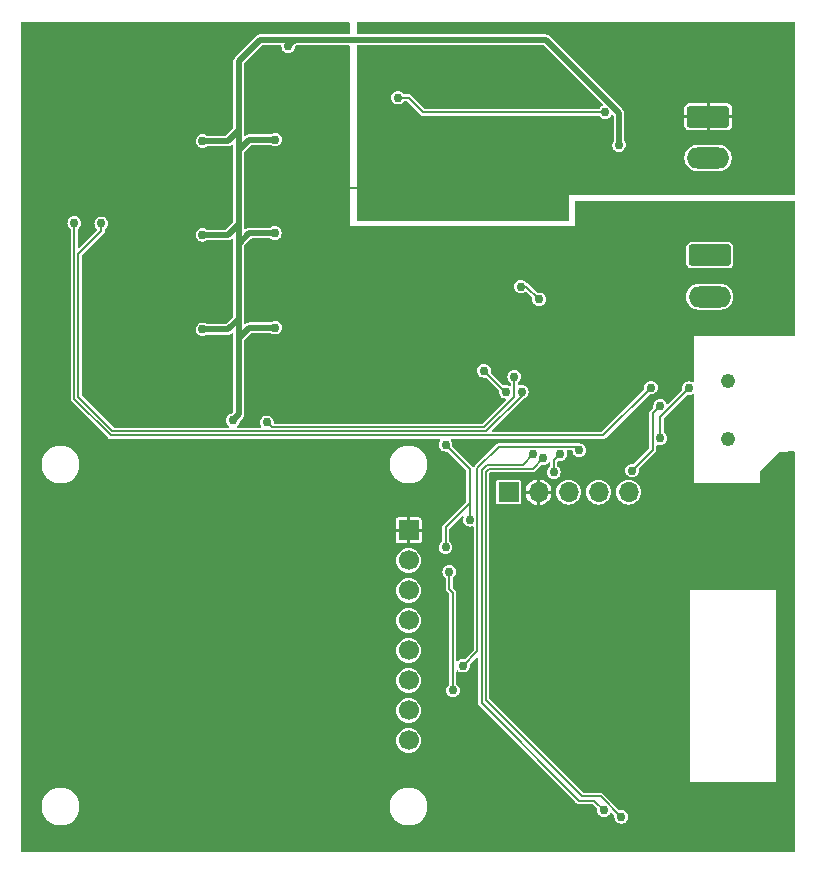
<source format=gbr>
%TF.GenerationSoftware,KiCad,Pcbnew,8.0.6*%
%TF.CreationDate,2024-12-14T14:20:07+01:00*%
%TF.ProjectId,PUEE,50554545-2e6b-4696-9361-645f70636258,rev?*%
%TF.SameCoordinates,Original*%
%TF.FileFunction,Copper,L2,Bot*%
%TF.FilePolarity,Positive*%
%FSLAX46Y46*%
G04 Gerber Fmt 4.6, Leading zero omitted, Abs format (unit mm)*
G04 Created by KiCad (PCBNEW 8.0.6) date 2024-12-14 14:20:07*
%MOMM*%
%LPD*%
G01*
G04 APERTURE LIST*
G04 Aperture macros list*
%AMRoundRect*
0 Rectangle with rounded corners*
0 $1 Rounding radius*
0 $2 $3 $4 $5 $6 $7 $8 $9 X,Y pos of 4 corners*
0 Add a 4 corners polygon primitive as box body*
4,1,4,$2,$3,$4,$5,$6,$7,$8,$9,$2,$3,0*
0 Add four circle primitives for the rounded corners*
1,1,$1+$1,$2,$3*
1,1,$1+$1,$4,$5*
1,1,$1+$1,$6,$7*
1,1,$1+$1,$8,$9*
0 Add four rect primitives between the rounded corners*
20,1,$1+$1,$2,$3,$4,$5,0*
20,1,$1+$1,$4,$5,$6,$7,0*
20,1,$1+$1,$6,$7,$8,$9,0*
20,1,$1+$1,$8,$9,$2,$3,0*%
G04 Aperture macros list end*
%TA.AperFunction,ComponentPad*%
%ADD10RoundRect,0.250000X-1.550000X0.650000X-1.550000X-0.650000X1.550000X-0.650000X1.550000X0.650000X0*%
%TD*%
%TA.AperFunction,ComponentPad*%
%ADD11O,3.600000X1.800000*%
%TD*%
%TA.AperFunction,ComponentPad*%
%ADD12C,1.219200*%
%TD*%
%TA.AperFunction,ComponentPad*%
%ADD13R,1.700000X1.700000*%
%TD*%
%TA.AperFunction,ComponentPad*%
%ADD14C,1.700000*%
%TD*%
%TA.AperFunction,ComponentPad*%
%ADD15O,1.700000X1.700000*%
%TD*%
%TA.AperFunction,ViaPad*%
%ADD16C,0.750000*%
%TD*%
%TA.AperFunction,Conductor*%
%ADD17C,0.200000*%
%TD*%
%TA.AperFunction,Conductor*%
%ADD18C,0.500000*%
%TD*%
G04 APERTURE END LIST*
D10*
%TO.P,J1,1,Pin_1*%
%TO.N,/CAN_H*%
X172000000Y-66500000D03*
D11*
%TO.P,J1,2,Pin_2*%
%TO.N,/CAN_L*%
X172000000Y-70000000D03*
%TD*%
D10*
%TO.P,J2,1,Pin_1*%
%TO.N,-12V*%
X171857500Y-54767500D03*
D11*
%TO.P,J2,2,Pin_2*%
%TO.N,+12V*%
X171857500Y-58267500D03*
%TD*%
D12*
%TO.P,Y2,1,1*%
%TO.N,Net-(C6-Pad1)*%
X173525000Y-82065000D03*
%TO.P,Y2,2,2*%
%TO.N,Net-(U1-PF0)*%
X173525000Y-77184999D03*
%TD*%
D13*
%TO.P,Brd1,1,GND*%
%TO.N,-12V*%
X146500000Y-89800000D03*
D14*
%TO.P,Brd1,2,VCC*%
%TO.N,VDD*%
X146500000Y-92340000D03*
%TO.P,Brd1,3,D0*%
%TO.N,/SPI1_SCK*%
X146500000Y-94880000D03*
%TO.P,Brd1,4,D1*%
%TO.N,/SPI1_MOSI*%
X146500000Y-97420000D03*
%TO.P,Brd1,5,RES*%
%TO.N,Net-(Brd1-RES)*%
X146500000Y-99960000D03*
%TO.P,Brd1,6,DC*%
%TO.N,/GPIO_OLED*%
X146500000Y-102500000D03*
%TO.P,Brd1,7,CS*%
%TO.N,/SPI1_NSS*%
X146500000Y-105040000D03*
%TO.P,Brd1,8*%
%TO.N,N/C*%
X146500000Y-107580000D03*
%TD*%
D13*
%TO.P,J7,1,Pin_1*%
%TO.N,VDD*%
X154962500Y-86550000D03*
D15*
%TO.P,J7,2,Pin_2*%
%TO.N,-12V*%
X157502500Y-86550000D03*
%TO.P,J7,3,Pin_3*%
%TO.N,/SWCLK*%
X160042500Y-86550000D03*
%TO.P,J7,4,Pin_4*%
%TO.N,/SWDIO*%
X162582500Y-86550000D03*
%TO.P,J7,5,Pin_5*%
%TO.N,/NRST*%
X165122500Y-86550000D03*
%TD*%
D16*
%TO.N,VDD*%
X151700000Y-88900000D03*
X152875000Y-76275000D03*
X156000000Y-69150000D03*
X149625000Y-82550000D03*
X149625000Y-91225000D03*
X157550000Y-70225000D03*
X154725000Y-78050000D03*
%TO.N,/GPIO_OLED*%
X160950000Y-83000000D03*
X151100000Y-101250000D03*
%TO.N,/SPI1_NSS*%
X150250000Y-103350000D03*
X149950000Y-93300000D03*
%TO.N,-12V*%
X140400000Y-68825000D03*
X121450000Y-77250000D03*
X157859442Y-68059443D03*
X165475000Y-53475000D03*
X152500000Y-82850000D03*
X123925000Y-68650000D03*
X166200000Y-66150000D03*
X136650000Y-64625000D03*
X123925000Y-76550000D03*
X161412500Y-59536722D03*
X136100000Y-80375000D03*
X166350000Y-73850000D03*
X157800000Y-80100000D03*
X140400000Y-76700000D03*
X166150000Y-70550000D03*
X123925000Y-52750000D03*
X177650000Y-84050000D03*
X127450000Y-64775000D03*
X128225000Y-48975000D03*
X136800000Y-56725000D03*
X140400000Y-60825000D03*
X158050000Y-91150000D03*
X155872425Y-114677575D03*
X145954442Y-59345558D03*
X140400000Y-52900000D03*
X121525000Y-50250000D03*
X157800000Y-78700000D03*
X123925000Y-60600000D03*
X169400000Y-85600000D03*
X155000000Y-112450000D03*
X127475000Y-56825000D03*
X136650000Y-72625000D03*
X127600000Y-72775000D03*
X171500000Y-89400000D03*
%TO.N,/NRST*%
X165425000Y-84725000D03*
X167800000Y-79250000D03*
%TO.N,Net-(U1-PF0)*%
X167800000Y-82000000D03*
X170225000Y-77750000D03*
%TO.N,+12V*%
X131625000Y-80475000D03*
X164325000Y-57175000D03*
X135200000Y-72625000D03*
X135200000Y-56700000D03*
X129050000Y-72775000D03*
X136300000Y-48800000D03*
X129050000Y-56825000D03*
X135175000Y-64625000D03*
X129050000Y-64775000D03*
%TO.N,/GPIO_Button2*%
X120475000Y-63800000D03*
X156075000Y-78050000D03*
%TO.N,/GPIO_Button1*%
X118200000Y-63775000D03*
X167025000Y-77700000D03*
%TO.N,/GPIO_LED_RELAY1*%
X155450000Y-76775000D03*
X134500000Y-80650000D03*
%TO.N,/SWCLK*%
X158800000Y-84875000D03*
X159329442Y-83320558D03*
%TO.N,Net-(U3-FB)*%
X145600000Y-53150000D03*
X163150000Y-54400000D03*
%TO.N,/USART1_RX*%
X157907672Y-83666557D03*
X164500000Y-114050000D03*
%TO.N,/USART1_TX*%
X157075000Y-83325000D03*
X163050000Y-113500000D03*
%TD*%
D17*
%TO.N,VDD*%
X149625000Y-82550000D02*
X151700000Y-84625000D01*
X156000000Y-69150000D02*
X156475000Y-69150000D01*
X152875000Y-76275000D02*
X154650000Y-78050000D01*
X156475000Y-69150000D02*
X157550000Y-70225000D01*
X151700000Y-84625000D02*
X151700000Y-87475000D01*
X151700000Y-87475000D02*
X149625000Y-89550000D01*
X154650000Y-78050000D02*
X154725000Y-78050000D01*
X149625000Y-89550000D02*
X149625000Y-91225000D01*
X151700000Y-87475000D02*
X151700000Y-88900000D01*
%TO.N,/GPIO_OLED*%
X154164492Y-82695558D02*
X160645558Y-82695558D01*
X160645558Y-82695558D02*
X160950000Y-83000000D01*
X152325000Y-84535050D02*
X154164492Y-82695558D01*
X151100000Y-101250000D02*
X152325000Y-100025000D01*
X152325000Y-100025000D02*
X152325000Y-84535050D01*
%TO.N,/SPI1_NSS*%
X150245558Y-103345558D02*
X150250000Y-103350000D01*
X150245558Y-95070558D02*
X150245558Y-103345558D01*
X149950000Y-94775000D02*
X150245558Y-95070558D01*
X149950000Y-93300000D02*
X149950000Y-94775000D01*
%TO.N,-12V*%
X157800000Y-80100000D02*
X157800000Y-78700000D01*
D18*
X161550778Y-59675000D02*
X161412500Y-59536722D01*
X165475000Y-57121016D02*
X162921016Y-59675000D01*
X165475000Y-53475000D02*
X165475000Y-57121016D01*
D17*
X144475000Y-60825000D02*
X140400000Y-60825000D01*
D18*
X161750000Y-59675000D02*
X161550778Y-59675000D01*
D17*
X145954442Y-59345558D02*
X144475000Y-60825000D01*
D18*
X162921016Y-59675000D02*
X161750000Y-59675000D01*
D17*
%TO.N,/NRST*%
X165425000Y-84725000D02*
X167175000Y-82975000D01*
X167175000Y-82975000D02*
X167175000Y-82225000D01*
X167175000Y-82225000D02*
X167175000Y-79875000D01*
X167175000Y-79875000D02*
X167800000Y-79250000D01*
%TO.N,Net-(U1-PF0)*%
X167800000Y-80175000D02*
X167800000Y-82000000D01*
X170225000Y-77750000D02*
X167800000Y-80175000D01*
D18*
%TO.N,+12V*%
X132125000Y-79975000D02*
X131625000Y-80475000D01*
X132125000Y-71875000D02*
X132125000Y-79975000D01*
X131225000Y-56825000D02*
X129050000Y-56825000D01*
X133025000Y-56700000D02*
X135200000Y-56700000D01*
X164325000Y-57175000D02*
X164325000Y-54478984D01*
X137100000Y-48250000D02*
X136850000Y-48250000D01*
X133925000Y-48250000D02*
X132125000Y-50050000D01*
X136850000Y-48250000D02*
X136300000Y-48800000D01*
X132125000Y-50050000D02*
X132125000Y-71875000D01*
X132125000Y-73525000D02*
X133025000Y-72625000D01*
X133000000Y-64625000D02*
X135175000Y-64625000D01*
X133025000Y-72625000D02*
X135200000Y-72625000D01*
X132100000Y-65525000D02*
X133000000Y-64625000D01*
X132125000Y-57600000D02*
X133025000Y-56700000D01*
X132125000Y-71875000D02*
X131225000Y-72775000D01*
X132125000Y-63875000D02*
X131225000Y-64775000D01*
X164325000Y-54478984D02*
X158096016Y-48250000D01*
X137100000Y-48250000D02*
X133925000Y-48250000D01*
X158096016Y-48250000D02*
X137100000Y-48250000D01*
X132125000Y-55925000D02*
X131225000Y-56825000D01*
X131225000Y-64775000D02*
X129050000Y-64775000D01*
X131225000Y-72775000D02*
X129050000Y-72775000D01*
D17*
%TO.N,/GPIO_Button2*%
X153050000Y-81400000D02*
X121425000Y-81400000D01*
X121425000Y-81400000D02*
X118550000Y-78525000D01*
X120475000Y-64450000D02*
X120475000Y-63800000D01*
X156075000Y-78050000D02*
X156075000Y-78375000D01*
X156075000Y-78375000D02*
X153050000Y-81400000D01*
X118550000Y-78525000D02*
X118550000Y-66375000D01*
X118550000Y-66375000D02*
X120475000Y-64450000D01*
%TO.N,/GPIO_Button1*%
X118200000Y-78675000D02*
X118200000Y-63775000D01*
X167025000Y-77700000D02*
X162975000Y-81750000D01*
X121275000Y-81750000D02*
X118200000Y-78675000D01*
X162975000Y-81750000D02*
X121275000Y-81750000D01*
%TO.N,/GPIO_LED_RELAY1*%
X155450000Y-76775000D02*
X155450000Y-78475000D01*
X155450000Y-78475000D02*
X152875000Y-81050000D01*
X134900000Y-81050000D02*
X134500000Y-80650000D01*
X152875000Y-81050000D02*
X134900000Y-81050000D01*
%TO.N,/SWCLK*%
X158800000Y-84875000D02*
X158800000Y-83850000D01*
X158800000Y-83850000D02*
X159329442Y-83320558D01*
%TO.N,Net-(U3-FB)*%
X147450000Y-54100000D02*
X146500000Y-53150000D01*
X163150000Y-54400000D02*
X147750000Y-54400000D01*
X147750000Y-54400000D02*
X147450000Y-54100000D01*
X146500000Y-53150000D02*
X145600000Y-53150000D01*
%TO.N,/USART1_RX*%
X153275000Y-84575000D02*
X153025000Y-84825000D01*
X157907672Y-83666557D02*
X156999229Y-84575000D01*
X156999229Y-84575000D02*
X153275000Y-84575000D01*
X153025000Y-84825000D02*
X153025000Y-86325000D01*
X161575000Y-112325000D02*
X162775000Y-112325000D01*
X162775000Y-112325000D02*
X164500000Y-114050000D01*
X161175000Y-112325000D02*
X161575000Y-112325000D01*
X153025000Y-104175000D02*
X161175000Y-112325000D01*
%TO.N,/USART1_TX*%
X152675000Y-104425000D02*
X160925000Y-112675000D01*
X152675000Y-84680025D02*
X152675000Y-104425000D01*
X153130025Y-84225000D02*
X152675000Y-84680025D01*
X162225000Y-112675000D02*
X163050000Y-113500000D01*
X156175000Y-84225000D02*
X153130025Y-84225000D01*
X160925000Y-112675000D02*
X160975000Y-112675000D01*
X160975000Y-112675000D02*
X162225000Y-112675000D01*
X157075000Y-83325000D02*
X156175000Y-84225000D01*
%TO.N,/USART1_RX*%
X153025000Y-86325000D02*
X153025000Y-104175000D01*
%TD*%
%TA.AperFunction,Conductor*%
%TO.N,-12V*%
G36*
X141459191Y-46744407D02*
G01*
X141495155Y-46793907D01*
X141500000Y-46824500D01*
X141500000Y-47700500D01*
X141481093Y-47758691D01*
X141431593Y-47794655D01*
X141401000Y-47799500D01*
X137159309Y-47799500D01*
X133865691Y-47799500D01*
X133808402Y-47814850D01*
X133751112Y-47830201D01*
X133707696Y-47855266D01*
X133707697Y-47855267D01*
X133648388Y-47889509D01*
X131764507Y-49773390D01*
X131705200Y-49876112D01*
X131705200Y-49876113D01*
X131705201Y-49876114D01*
X131674500Y-49990692D01*
X131674500Y-55697389D01*
X131655593Y-55755580D01*
X131645504Y-55767393D01*
X131067393Y-56345504D01*
X131012876Y-56373281D01*
X130997389Y-56374500D01*
X129441865Y-56374500D01*
X129383674Y-56355593D01*
X129381598Y-56354042D01*
X129340234Y-56322302D01*
X129340233Y-56322301D01*
X129200238Y-56264314D01*
X129200240Y-56264314D01*
X129200236Y-56264313D01*
X129200234Y-56264312D01*
X129200232Y-56264312D01*
X129050001Y-56244534D01*
X129049999Y-56244534D01*
X128899767Y-56264312D01*
X128899761Y-56264314D01*
X128759768Y-56322301D01*
X128639551Y-56414547D01*
X128639547Y-56414551D01*
X128547301Y-56534768D01*
X128489314Y-56674761D01*
X128489312Y-56674767D01*
X128469534Y-56824999D01*
X128469534Y-56825000D01*
X128489312Y-56975232D01*
X128489314Y-56975238D01*
X128545321Y-57110452D01*
X128547302Y-57115233D01*
X128639549Y-57235451D01*
X128759767Y-57327698D01*
X128899764Y-57385687D01*
X129012441Y-57400521D01*
X129049999Y-57405466D01*
X129050000Y-57405466D01*
X129050001Y-57405466D01*
X129080047Y-57401510D01*
X129200236Y-57385687D01*
X129340233Y-57327698D01*
X129349251Y-57320777D01*
X129381598Y-57295958D01*
X129439273Y-57275534D01*
X129441865Y-57275500D01*
X131284307Y-57275500D01*
X131284309Y-57275500D01*
X131388332Y-57247627D01*
X131398887Y-57244799D01*
X131501614Y-57185489D01*
X131505498Y-57181604D01*
X131560013Y-57153829D01*
X131620445Y-57163400D01*
X131663710Y-57206665D01*
X131674500Y-57251610D01*
X131674500Y-63647389D01*
X131655593Y-63705580D01*
X131645504Y-63717393D01*
X131067393Y-64295504D01*
X131012876Y-64323281D01*
X130997389Y-64324500D01*
X129441865Y-64324500D01*
X129383674Y-64305593D01*
X129381598Y-64304042D01*
X129340234Y-64272302D01*
X129340233Y-64272301D01*
X129220739Y-64222805D01*
X129200236Y-64214313D01*
X129200234Y-64214312D01*
X129200232Y-64214312D01*
X129050001Y-64194534D01*
X129049999Y-64194534D01*
X128899767Y-64214312D01*
X128899761Y-64214314D01*
X128759768Y-64272301D01*
X128639551Y-64364547D01*
X128639547Y-64364551D01*
X128547301Y-64484768D01*
X128489314Y-64624761D01*
X128489313Y-64624766D01*
X128469534Y-64774999D01*
X128469534Y-64775000D01*
X128489312Y-64925232D01*
X128489314Y-64925238D01*
X128534964Y-65035448D01*
X128547302Y-65065233D01*
X128639549Y-65185451D01*
X128759767Y-65277698D01*
X128899764Y-65335687D01*
X129012441Y-65350521D01*
X129049999Y-65355466D01*
X129050000Y-65355466D01*
X129050001Y-65355466D01*
X129080047Y-65351510D01*
X129200236Y-65335687D01*
X129340233Y-65277698D01*
X129349251Y-65270777D01*
X129381598Y-65245958D01*
X129439273Y-65225534D01*
X129441865Y-65225500D01*
X131284309Y-65225500D01*
X131374669Y-65201287D01*
X131374672Y-65201287D01*
X131387903Y-65197741D01*
X131398887Y-65194799D01*
X131501614Y-65135489D01*
X131505498Y-65131604D01*
X131560013Y-65103829D01*
X131620445Y-65113400D01*
X131663710Y-65156665D01*
X131674500Y-65201610D01*
X131674500Y-65359356D01*
X131671127Y-65384978D01*
X131649501Y-65465691D01*
X131649501Y-65584308D01*
X131671127Y-65665020D01*
X131674500Y-65690642D01*
X131674500Y-71647389D01*
X131655593Y-71705580D01*
X131645504Y-71717393D01*
X131067393Y-72295504D01*
X131012876Y-72323281D01*
X130997389Y-72324500D01*
X129441865Y-72324500D01*
X129383674Y-72305593D01*
X129381598Y-72304042D01*
X129340234Y-72272302D01*
X129340233Y-72272301D01*
X129220739Y-72222805D01*
X129200236Y-72214313D01*
X129200234Y-72214312D01*
X129200232Y-72214312D01*
X129050001Y-72194534D01*
X129049999Y-72194534D01*
X128899767Y-72214312D01*
X128899761Y-72214314D01*
X128759768Y-72272301D01*
X128639551Y-72364547D01*
X128639547Y-72364551D01*
X128547301Y-72484768D01*
X128489314Y-72624761D01*
X128489312Y-72624767D01*
X128469534Y-72774999D01*
X128469534Y-72775000D01*
X128489312Y-72925232D01*
X128489314Y-72925238D01*
X128534964Y-73035448D01*
X128547302Y-73065233D01*
X128639549Y-73185451D01*
X128759767Y-73277698D01*
X128899764Y-73335687D01*
X129012441Y-73350521D01*
X129049999Y-73355466D01*
X129050000Y-73355466D01*
X129050001Y-73355466D01*
X129080047Y-73351510D01*
X129200236Y-73335687D01*
X129340233Y-73277698D01*
X129349251Y-73270777D01*
X129381598Y-73245958D01*
X129439273Y-73225534D01*
X129441865Y-73225500D01*
X131284309Y-73225500D01*
X131374669Y-73201287D01*
X131374672Y-73201287D01*
X131387903Y-73197741D01*
X131398887Y-73194799D01*
X131501614Y-73135489D01*
X131505498Y-73131604D01*
X131560013Y-73103829D01*
X131620445Y-73113400D01*
X131663710Y-73156665D01*
X131674500Y-73201610D01*
X131674500Y-79747388D01*
X131655593Y-79805579D01*
X131645503Y-79817392D01*
X131583537Y-79879357D01*
X131529020Y-79907134D01*
X131526459Y-79907506D01*
X131474764Y-79914313D01*
X131334768Y-79972301D01*
X131214551Y-80064547D01*
X131214547Y-80064551D01*
X131122301Y-80184768D01*
X131064314Y-80324761D01*
X131064312Y-80324767D01*
X131044534Y-80474999D01*
X131044534Y-80475000D01*
X131064312Y-80625232D01*
X131064314Y-80625238D01*
X131107953Y-80730593D01*
X131122302Y-80765233D01*
X131214549Y-80885451D01*
X131262126Y-80921958D01*
X131296781Y-80972383D01*
X131295179Y-81033547D01*
X131257932Y-81082089D01*
X131201858Y-81099500D01*
X121590479Y-81099500D01*
X121532288Y-81080593D01*
X121520475Y-81070504D01*
X118879496Y-78429525D01*
X118851719Y-78375008D01*
X118850500Y-78359521D01*
X118850500Y-66540478D01*
X118869407Y-66482287D01*
X118879490Y-66470480D01*
X120715460Y-64634511D01*
X120721087Y-64624764D01*
X120755021Y-64565989D01*
X120775500Y-64489562D01*
X120775500Y-64343640D01*
X120794407Y-64285449D01*
X120814233Y-64265098D01*
X120831316Y-64251990D01*
X120885451Y-64210451D01*
X120977698Y-64090233D01*
X121035687Y-63950236D01*
X121055466Y-63800000D01*
X121035687Y-63649764D01*
X120977698Y-63509767D01*
X120885451Y-63389549D01*
X120765233Y-63297302D01*
X120625236Y-63239313D01*
X120625234Y-63239312D01*
X120625232Y-63239312D01*
X120475001Y-63219534D01*
X120474999Y-63219534D01*
X120324767Y-63239312D01*
X120324761Y-63239314D01*
X120184768Y-63297301D01*
X120064551Y-63389547D01*
X120064547Y-63389551D01*
X119972301Y-63509768D01*
X119914314Y-63649761D01*
X119914312Y-63649767D01*
X119894534Y-63799999D01*
X119894534Y-63800000D01*
X119914312Y-63950232D01*
X119914314Y-63950238D01*
X119961946Y-64065233D01*
X119972302Y-64090233D01*
X120064549Y-64210451D01*
X120064553Y-64210454D01*
X120064554Y-64210455D01*
X120102315Y-64239430D01*
X120136971Y-64289854D01*
X120135370Y-64351019D01*
X120112052Y-64387976D01*
X118669504Y-65830525D01*
X118614987Y-65858302D01*
X118554555Y-65848731D01*
X118511290Y-65805466D01*
X118500500Y-65760521D01*
X118500500Y-64318640D01*
X118519407Y-64260449D01*
X118539233Y-64240098D01*
X118540104Y-64239430D01*
X118610451Y-64185451D01*
X118702698Y-64065233D01*
X118760687Y-63925236D01*
X118780466Y-63775000D01*
X118760687Y-63624764D01*
X118702698Y-63484767D01*
X118610451Y-63364549D01*
X118490233Y-63272302D01*
X118350236Y-63214313D01*
X118350234Y-63214312D01*
X118350232Y-63214312D01*
X118200001Y-63194534D01*
X118199999Y-63194534D01*
X118049767Y-63214312D01*
X118049761Y-63214314D01*
X117909768Y-63272301D01*
X117789551Y-63364547D01*
X117789547Y-63364551D01*
X117697301Y-63484768D01*
X117639314Y-63624761D01*
X117639312Y-63624767D01*
X117628673Y-63705580D01*
X117619534Y-63775000D01*
X117639313Y-63925236D01*
X117649669Y-63950238D01*
X117696920Y-64064312D01*
X117697302Y-64065233D01*
X117789549Y-64185451D01*
X117827470Y-64214549D01*
X117860767Y-64240098D01*
X117895423Y-64290522D01*
X117899500Y-64318640D01*
X117899500Y-78714564D01*
X117919978Y-78790988D01*
X117919979Y-78790989D01*
X117939904Y-78825500D01*
X117959540Y-78859511D01*
X121090489Y-81990460D01*
X121090491Y-81990461D01*
X121090493Y-81990463D01*
X121159008Y-82030020D01*
X121159006Y-82030020D01*
X121159010Y-82030021D01*
X121159012Y-82030022D01*
X121235438Y-82050500D01*
X149082126Y-82050500D01*
X149140317Y-82069407D01*
X149176281Y-82118907D01*
X149176281Y-82180093D01*
X149160668Y-82209768D01*
X149122301Y-82259768D01*
X149064314Y-82399761D01*
X149064312Y-82399767D01*
X149044534Y-82549999D01*
X149044534Y-82550000D01*
X149062623Y-82687405D01*
X149064313Y-82700236D01*
X149122302Y-82840233D01*
X149214549Y-82960451D01*
X149334767Y-83052698D01*
X149474764Y-83110687D01*
X149625000Y-83130466D01*
X149714001Y-83118748D01*
X149774160Y-83129898D01*
X149796926Y-83146897D01*
X151370504Y-84720475D01*
X151398281Y-84774992D01*
X151399500Y-84790479D01*
X151399500Y-87309521D01*
X151380593Y-87367712D01*
X151370504Y-87379525D01*
X149440489Y-89309540D01*
X149440488Y-89309539D01*
X149384539Y-89365489D01*
X149344980Y-89434007D01*
X149344978Y-89434011D01*
X149324500Y-89510435D01*
X149324500Y-90681358D01*
X149305593Y-90739549D01*
X149285768Y-90759899D01*
X149214555Y-90814543D01*
X149214547Y-90814551D01*
X149122301Y-90934768D01*
X149064314Y-91074761D01*
X149064312Y-91074767D01*
X149044534Y-91224999D01*
X149044534Y-91225000D01*
X149064312Y-91375232D01*
X149064314Y-91375238D01*
X149100382Y-91462315D01*
X149122302Y-91515233D01*
X149214549Y-91635451D01*
X149334767Y-91727698D01*
X149474764Y-91785687D01*
X149587441Y-91800521D01*
X149624999Y-91805466D01*
X149625000Y-91805466D01*
X149625001Y-91805466D01*
X149655047Y-91801510D01*
X149775236Y-91785687D01*
X149915233Y-91727698D01*
X150035451Y-91635451D01*
X150127698Y-91515233D01*
X150185687Y-91375236D01*
X150205466Y-91225000D01*
X150185687Y-91074764D01*
X150127698Y-90934767D01*
X150035451Y-90814549D01*
X150035446Y-90814545D01*
X150035444Y-90814543D01*
X149964232Y-90759899D01*
X149929577Y-90709474D01*
X149925500Y-90681358D01*
X149925500Y-89715479D01*
X149944407Y-89657288D01*
X149954496Y-89645475D01*
X150409740Y-89190231D01*
X150991811Y-88608159D01*
X151046326Y-88580384D01*
X151106758Y-88589955D01*
X151150023Y-88633220D01*
X151159594Y-88693652D01*
X151153278Y-88716049D01*
X151139313Y-88749762D01*
X151139312Y-88749767D01*
X151119534Y-88899999D01*
X151119534Y-88900000D01*
X151139313Y-89050236D01*
X151197302Y-89190233D01*
X151289549Y-89310451D01*
X151409767Y-89402698D01*
X151549764Y-89460687D01*
X151662441Y-89475521D01*
X151699999Y-89480466D01*
X151700000Y-89480466D01*
X151700001Y-89480466D01*
X151730047Y-89476510D01*
X151850236Y-89460687D01*
X151887615Y-89445203D01*
X151948610Y-89440403D01*
X152000780Y-89472372D01*
X152024195Y-89528900D01*
X152024500Y-89536668D01*
X152024500Y-99859520D01*
X152005593Y-99917711D01*
X151995504Y-99929524D01*
X151271926Y-100653101D01*
X151217409Y-100680878D01*
X151189001Y-100681250D01*
X151100001Y-100669534D01*
X151099999Y-100669534D01*
X150949767Y-100689312D01*
X150949761Y-100689314D01*
X150809768Y-100747301D01*
X150705326Y-100827443D01*
X150647650Y-100847867D01*
X150588984Y-100830490D01*
X150551737Y-100781948D01*
X150546058Y-100748901D01*
X150546058Y-95030995D01*
X150546057Y-95030993D01*
X150525579Y-94954569D01*
X150525577Y-94954565D01*
X150486018Y-94886047D01*
X150430069Y-94830097D01*
X150430069Y-94830098D01*
X150279496Y-94679525D01*
X150251719Y-94625008D01*
X150250500Y-94609521D01*
X150250500Y-93843640D01*
X150269407Y-93785449D01*
X150289233Y-93765098D01*
X150360451Y-93710451D01*
X150452698Y-93590233D01*
X150510687Y-93450236D01*
X150530466Y-93300000D01*
X150510687Y-93149764D01*
X150452698Y-93009767D01*
X150360451Y-92889549D01*
X150240233Y-92797302D01*
X150100236Y-92739313D01*
X150100234Y-92739312D01*
X150100232Y-92739312D01*
X149950001Y-92719534D01*
X149949999Y-92719534D01*
X149799767Y-92739312D01*
X149799761Y-92739314D01*
X149659768Y-92797301D01*
X149539551Y-92889547D01*
X149539547Y-92889551D01*
X149447301Y-93009768D01*
X149389314Y-93149761D01*
X149389312Y-93149767D01*
X149369534Y-93299999D01*
X149369534Y-93300000D01*
X149382117Y-93395583D01*
X149389313Y-93450236D01*
X149447302Y-93590233D01*
X149539549Y-93710451D01*
X149539553Y-93710454D01*
X149610767Y-93765098D01*
X149645423Y-93815522D01*
X149649500Y-93843640D01*
X149649500Y-94814564D01*
X149669978Y-94890987D01*
X149669979Y-94890989D01*
X149706311Y-94953918D01*
X149709540Y-94959511D01*
X149916063Y-95166034D01*
X149943839Y-95220549D01*
X149945058Y-95236036D01*
X149945058Y-102809766D01*
X149926151Y-102867957D01*
X149906326Y-102888307D01*
X149839552Y-102939544D01*
X149747301Y-103059768D01*
X149689314Y-103199761D01*
X149689312Y-103199767D01*
X149669534Y-103349999D01*
X149669534Y-103350000D01*
X149673178Y-103377683D01*
X149689313Y-103500236D01*
X149747302Y-103640233D01*
X149839549Y-103760451D01*
X149959767Y-103852698D01*
X150099764Y-103910687D01*
X150212441Y-103925521D01*
X150249999Y-103930466D01*
X150250000Y-103930466D01*
X150250001Y-103930466D01*
X150280047Y-103926510D01*
X150400236Y-103910687D01*
X150540233Y-103852698D01*
X150660451Y-103760451D01*
X150752698Y-103640233D01*
X150810687Y-103500236D01*
X150830466Y-103350000D01*
X150810687Y-103199764D01*
X150752698Y-103059767D01*
X150660451Y-102939549D01*
X150660450Y-102939548D01*
X150660447Y-102939544D01*
X150584790Y-102881490D01*
X150550135Y-102831066D01*
X150546058Y-102802949D01*
X150546058Y-101751098D01*
X150564965Y-101692907D01*
X150614465Y-101656943D01*
X150675651Y-101656943D01*
X150705326Y-101672557D01*
X150809764Y-101752696D01*
X150809766Y-101752698D01*
X150859262Y-101773199D01*
X150949764Y-101810687D01*
X151062441Y-101825521D01*
X151099999Y-101830466D01*
X151100000Y-101830466D01*
X151100001Y-101830466D01*
X151130047Y-101826510D01*
X151250236Y-101810687D01*
X151390233Y-101752698D01*
X151510451Y-101660451D01*
X151602698Y-101540233D01*
X151660687Y-101400236D01*
X151680466Y-101250000D01*
X151668748Y-101160996D01*
X151679898Y-101100838D01*
X151696893Y-101078076D01*
X152205497Y-100569473D01*
X152260013Y-100541697D01*
X152320445Y-100551268D01*
X152363710Y-100594533D01*
X152374500Y-100639478D01*
X152374500Y-104464564D01*
X152394978Y-104540988D01*
X152394980Y-104540992D01*
X152434538Y-104609508D01*
X152434540Y-104609511D01*
X160684540Y-112859511D01*
X160684539Y-112859511D01*
X160740489Y-112915460D01*
X160809007Y-112955019D01*
X160809011Y-112955021D01*
X160885435Y-112975499D01*
X160885437Y-112975500D01*
X160885438Y-112975500D01*
X160935438Y-112975500D01*
X162059521Y-112975500D01*
X162117712Y-112994407D01*
X162129525Y-113004496D01*
X162453101Y-113328072D01*
X162480878Y-113382589D01*
X162481250Y-113410997D01*
X162469534Y-113499998D01*
X162469534Y-113500000D01*
X162487905Y-113639547D01*
X162489313Y-113650236D01*
X162547302Y-113790233D01*
X162639549Y-113910451D01*
X162759767Y-114002698D01*
X162899764Y-114060687D01*
X163012441Y-114075521D01*
X163049999Y-114080466D01*
X163050000Y-114080466D01*
X163050001Y-114080466D01*
X163080047Y-114076510D01*
X163200236Y-114060687D01*
X163340233Y-114002698D01*
X163460451Y-113910451D01*
X163552698Y-113790233D01*
X163572901Y-113741459D01*
X163612637Y-113694933D01*
X163672132Y-113680649D01*
X163728660Y-113704063D01*
X163734369Y-113709340D01*
X163903101Y-113878072D01*
X163930878Y-113932589D01*
X163931250Y-113960997D01*
X163925215Y-114006845D01*
X163919534Y-114050000D01*
X163939313Y-114200236D01*
X163997302Y-114340233D01*
X164089549Y-114460451D01*
X164209767Y-114552698D01*
X164349764Y-114610687D01*
X164462441Y-114625521D01*
X164499999Y-114630466D01*
X164500000Y-114630466D01*
X164500001Y-114630466D01*
X164530047Y-114626510D01*
X164650236Y-114610687D01*
X164790233Y-114552698D01*
X164910451Y-114460451D01*
X165002698Y-114340233D01*
X165060687Y-114200236D01*
X165080466Y-114050000D01*
X165060687Y-113899764D01*
X165002698Y-113759767D01*
X164910451Y-113639549D01*
X164790233Y-113547302D01*
X164650236Y-113489313D01*
X164650234Y-113489312D01*
X164650232Y-113489312D01*
X164500001Y-113469534D01*
X164499999Y-113469534D01*
X164410997Y-113481250D01*
X164350836Y-113470099D01*
X164328072Y-113453101D01*
X163668186Y-112793215D01*
X162959511Y-112084540D01*
X162959508Y-112084538D01*
X162890992Y-112044980D01*
X162890988Y-112044978D01*
X162814564Y-112024500D01*
X162814562Y-112024500D01*
X161614562Y-112024500D01*
X161340479Y-112024500D01*
X161282288Y-112005593D01*
X161270475Y-111995504D01*
X160394971Y-111120000D01*
X170300000Y-111120000D01*
X170300001Y-111120000D01*
X177619999Y-111120000D01*
X177620000Y-111120000D01*
X177620000Y-94880000D01*
X170300000Y-94880000D01*
X170300000Y-111120000D01*
X160394971Y-111120000D01*
X153354496Y-104079525D01*
X153326719Y-104025008D01*
X153325500Y-104009521D01*
X153325500Y-85680253D01*
X153912000Y-85680253D01*
X153912000Y-87419746D01*
X153912001Y-87419758D01*
X153923632Y-87478227D01*
X153923634Y-87478233D01*
X153964168Y-87538895D01*
X153967948Y-87544552D01*
X154034269Y-87588867D01*
X154078731Y-87597711D01*
X154092741Y-87600498D01*
X154092746Y-87600498D01*
X154092752Y-87600500D01*
X154092753Y-87600500D01*
X155832247Y-87600500D01*
X155832248Y-87600500D01*
X155890731Y-87588867D01*
X155957052Y-87544552D01*
X156001367Y-87478231D01*
X156013000Y-87419748D01*
X156013000Y-86425000D01*
X156409371Y-86425000D01*
X157018356Y-86425000D01*
X157002500Y-86484174D01*
X157002500Y-86615826D01*
X157018356Y-86675000D01*
X156409371Y-86675000D01*
X156416597Y-86752989D01*
X156472387Y-86949070D01*
X156563250Y-87131548D01*
X156563255Y-87131557D01*
X156686108Y-87294240D01*
X156836766Y-87431582D01*
X157010081Y-87538895D01*
X157010086Y-87538898D01*
X157200183Y-87612541D01*
X157377499Y-87645687D01*
X157377500Y-87645687D01*
X157377500Y-87034144D01*
X157436674Y-87050000D01*
X157568326Y-87050000D01*
X157627500Y-87034144D01*
X157627500Y-87645687D01*
X157804816Y-87612541D01*
X157994913Y-87538898D01*
X157994918Y-87538895D01*
X158168233Y-87431582D01*
X158318891Y-87294240D01*
X158441744Y-87131557D01*
X158441749Y-87131548D01*
X158532612Y-86949070D01*
X158588402Y-86752989D01*
X158595629Y-86675000D01*
X157986644Y-86675000D01*
X158002500Y-86615826D01*
X158002500Y-86549996D01*
X158986917Y-86549996D01*
X158986917Y-86550003D01*
X159007198Y-86755929D01*
X159007199Y-86755934D01*
X159067268Y-86953954D01*
X159164816Y-87136452D01*
X159294309Y-87294240D01*
X159296090Y-87296410D01*
X159296095Y-87296414D01*
X159456047Y-87427683D01*
X159456048Y-87427683D01*
X159456050Y-87427685D01*
X159638546Y-87525232D01*
X159776497Y-87567078D01*
X159836565Y-87585300D01*
X159836570Y-87585301D01*
X160042497Y-87605583D01*
X160042500Y-87605583D01*
X160042503Y-87605583D01*
X160248429Y-87585301D01*
X160248434Y-87585300D01*
X160446454Y-87525232D01*
X160628950Y-87427685D01*
X160788910Y-87296410D01*
X160920185Y-87136450D01*
X161017732Y-86953954D01*
X161077800Y-86755934D01*
X161077801Y-86755929D01*
X161098083Y-86550003D01*
X161098083Y-86549996D01*
X161526917Y-86549996D01*
X161526917Y-86550003D01*
X161547198Y-86755929D01*
X161547199Y-86755934D01*
X161607268Y-86953954D01*
X161704816Y-87136452D01*
X161834309Y-87294240D01*
X161836090Y-87296410D01*
X161836095Y-87296414D01*
X161996047Y-87427683D01*
X161996048Y-87427683D01*
X161996050Y-87427685D01*
X162178546Y-87525232D01*
X162316497Y-87567078D01*
X162376565Y-87585300D01*
X162376570Y-87585301D01*
X162582497Y-87605583D01*
X162582500Y-87605583D01*
X162582503Y-87605583D01*
X162788429Y-87585301D01*
X162788434Y-87585300D01*
X162986454Y-87525232D01*
X163168950Y-87427685D01*
X163328910Y-87296410D01*
X163460185Y-87136450D01*
X163557732Y-86953954D01*
X163617800Y-86755934D01*
X163617801Y-86755929D01*
X163638083Y-86550003D01*
X163638083Y-86549996D01*
X164066917Y-86549996D01*
X164066917Y-86550003D01*
X164087198Y-86755929D01*
X164087199Y-86755934D01*
X164147268Y-86953954D01*
X164244816Y-87136452D01*
X164374309Y-87294240D01*
X164376090Y-87296410D01*
X164376095Y-87296414D01*
X164536047Y-87427683D01*
X164536048Y-87427683D01*
X164536050Y-87427685D01*
X164718546Y-87525232D01*
X164856497Y-87567078D01*
X164916565Y-87585300D01*
X164916570Y-87585301D01*
X165122497Y-87605583D01*
X165122500Y-87605583D01*
X165122503Y-87605583D01*
X165328429Y-87585301D01*
X165328434Y-87585300D01*
X165526454Y-87525232D01*
X165708950Y-87427685D01*
X165868910Y-87296410D01*
X166000185Y-87136450D01*
X166097732Y-86953954D01*
X166157800Y-86755934D01*
X166157801Y-86755929D01*
X166178083Y-86550003D01*
X166178083Y-86549996D01*
X166157801Y-86344070D01*
X166157800Y-86344065D01*
X166098901Y-86149901D01*
X166097732Y-86146046D01*
X166000185Y-85963550D01*
X165868910Y-85803590D01*
X165831747Y-85773091D01*
X165708952Y-85672316D01*
X165526454Y-85574768D01*
X165328434Y-85514699D01*
X165328429Y-85514698D01*
X165122503Y-85494417D01*
X165122497Y-85494417D01*
X164916570Y-85514698D01*
X164916565Y-85514699D01*
X164718545Y-85574768D01*
X164536047Y-85672316D01*
X164376095Y-85803585D01*
X164376085Y-85803595D01*
X164244816Y-85963547D01*
X164147268Y-86146045D01*
X164087199Y-86344065D01*
X164087198Y-86344070D01*
X164066917Y-86549996D01*
X163638083Y-86549996D01*
X163617801Y-86344070D01*
X163617800Y-86344065D01*
X163558901Y-86149901D01*
X163557732Y-86146046D01*
X163460185Y-85963550D01*
X163328910Y-85803590D01*
X163291747Y-85773091D01*
X163168952Y-85672316D01*
X162986454Y-85574768D01*
X162788434Y-85514699D01*
X162788429Y-85514698D01*
X162582503Y-85494417D01*
X162582497Y-85494417D01*
X162376570Y-85514698D01*
X162376565Y-85514699D01*
X162178545Y-85574768D01*
X161996047Y-85672316D01*
X161836095Y-85803585D01*
X161836085Y-85803595D01*
X161704816Y-85963547D01*
X161607268Y-86146045D01*
X161547199Y-86344065D01*
X161547198Y-86344070D01*
X161526917Y-86549996D01*
X161098083Y-86549996D01*
X161077801Y-86344070D01*
X161077800Y-86344065D01*
X161018901Y-86149901D01*
X161017732Y-86146046D01*
X160920185Y-85963550D01*
X160788910Y-85803590D01*
X160751747Y-85773091D01*
X160628952Y-85672316D01*
X160446454Y-85574768D01*
X160248434Y-85514699D01*
X160248429Y-85514698D01*
X160042503Y-85494417D01*
X160042497Y-85494417D01*
X159836570Y-85514698D01*
X159836565Y-85514699D01*
X159638545Y-85574768D01*
X159456047Y-85672316D01*
X159296095Y-85803585D01*
X159296085Y-85803595D01*
X159164816Y-85963547D01*
X159067268Y-86146045D01*
X159007199Y-86344065D01*
X159007198Y-86344070D01*
X158986917Y-86549996D01*
X158002500Y-86549996D01*
X158002500Y-86484174D01*
X157986644Y-86425000D01*
X158595629Y-86425000D01*
X158588402Y-86347010D01*
X158532612Y-86150929D01*
X158441749Y-85968451D01*
X158441744Y-85968442D01*
X158318891Y-85805759D01*
X158168233Y-85668417D01*
X157994918Y-85561104D01*
X157994913Y-85561101D01*
X157804816Y-85487458D01*
X157627500Y-85454311D01*
X157627500Y-86065855D01*
X157568326Y-86050000D01*
X157436674Y-86050000D01*
X157377500Y-86065855D01*
X157377500Y-85454312D01*
X157377499Y-85454311D01*
X157200183Y-85487458D01*
X157010086Y-85561101D01*
X157010081Y-85561104D01*
X156836766Y-85668417D01*
X156686108Y-85805759D01*
X156563255Y-85968442D01*
X156563250Y-85968451D01*
X156472387Y-86150929D01*
X156416597Y-86347010D01*
X156409371Y-86425000D01*
X156013000Y-86425000D01*
X156013000Y-85680252D01*
X156011421Y-85672316D01*
X156010211Y-85666231D01*
X156001367Y-85621769D01*
X155957052Y-85555448D01*
X155957048Y-85555445D01*
X155890733Y-85511134D01*
X155890731Y-85511133D01*
X155890728Y-85511132D01*
X155890727Y-85511132D01*
X155832258Y-85499501D01*
X155832248Y-85499500D01*
X154092752Y-85499500D01*
X154092751Y-85499500D01*
X154092741Y-85499501D01*
X154034272Y-85511132D01*
X154034266Y-85511134D01*
X153967951Y-85555445D01*
X153967945Y-85555451D01*
X153923634Y-85621766D01*
X153923632Y-85621772D01*
X153912001Y-85680241D01*
X153912000Y-85680253D01*
X153325500Y-85680253D01*
X153325500Y-84990479D01*
X153344407Y-84932288D01*
X153354496Y-84920475D01*
X153370475Y-84904496D01*
X153424992Y-84876719D01*
X153440479Y-84875500D01*
X157038792Y-84875500D01*
X157038792Y-84875499D01*
X157115218Y-84855021D01*
X157183740Y-84815460D01*
X157224208Y-84774992D01*
X157239690Y-84759511D01*
X157735744Y-84263455D01*
X157790261Y-84235677D01*
X157818666Y-84235305D01*
X157907672Y-84247023D01*
X158057908Y-84227244D01*
X158197905Y-84169255D01*
X158318123Y-84077008D01*
X158321957Y-84072010D01*
X158372381Y-84037354D01*
X158433545Y-84038955D01*
X158482087Y-84076201D01*
X158499500Y-84132277D01*
X158499500Y-84331358D01*
X158480593Y-84389549D01*
X158460768Y-84409899D01*
X158389555Y-84464543D01*
X158389547Y-84464551D01*
X158297301Y-84584768D01*
X158239314Y-84724761D01*
X158239312Y-84724767D01*
X158219534Y-84874999D01*
X158219534Y-84875000D01*
X158237995Y-85015231D01*
X158239313Y-85025236D01*
X158249921Y-85050845D01*
X158284964Y-85135448D01*
X158297302Y-85165233D01*
X158389549Y-85285451D01*
X158509767Y-85377698D01*
X158649764Y-85435687D01*
X158762441Y-85450521D01*
X158799999Y-85455466D01*
X158800000Y-85455466D01*
X158800001Y-85455466D01*
X158830047Y-85451510D01*
X158950236Y-85435687D01*
X159090233Y-85377698D01*
X159210451Y-85285451D01*
X159302698Y-85165233D01*
X159360687Y-85025236D01*
X159380466Y-84875000D01*
X159377835Y-84855019D01*
X159370592Y-84800000D01*
X159360687Y-84724764D01*
X159302698Y-84584767D01*
X159210451Y-84464549D01*
X159210446Y-84464545D01*
X159210444Y-84464543D01*
X159139232Y-84409899D01*
X159104577Y-84359474D01*
X159100500Y-84331358D01*
X159100500Y-84015477D01*
X159119407Y-83957286D01*
X159129490Y-83945479D01*
X159157514Y-83917455D01*
X159212028Y-83889678D01*
X159240436Y-83889306D01*
X159329442Y-83901024D01*
X159479678Y-83881245D01*
X159619675Y-83823256D01*
X159739893Y-83731009D01*
X159832140Y-83610791D01*
X159890129Y-83470794D01*
X159909908Y-83320558D01*
X159890129Y-83170322D01*
X159874645Y-83132942D01*
X159869845Y-83071948D01*
X159901814Y-83019778D01*
X159958342Y-82996363D01*
X159966110Y-82996058D01*
X160282194Y-82996058D01*
X160340385Y-83014965D01*
X160376349Y-83064465D01*
X160380347Y-83082135D01*
X160389312Y-83150233D01*
X160389312Y-83150235D01*
X160389313Y-83150236D01*
X160447302Y-83290233D01*
X160539549Y-83410451D01*
X160659767Y-83502698D01*
X160799764Y-83560687D01*
X160912441Y-83575521D01*
X160949999Y-83580466D01*
X160950000Y-83580466D01*
X160950001Y-83580466D01*
X160980047Y-83576510D01*
X161100236Y-83560687D01*
X161240233Y-83502698D01*
X161360451Y-83410451D01*
X161452698Y-83290233D01*
X161510687Y-83150236D01*
X161530466Y-83000000D01*
X161510687Y-82849764D01*
X161452698Y-82709767D01*
X161360451Y-82589549D01*
X161240233Y-82497302D01*
X161100236Y-82439313D01*
X161100234Y-82439312D01*
X161100232Y-82439312D01*
X160950001Y-82419534D01*
X160949998Y-82419534D01*
X160835494Y-82434608D01*
X160775334Y-82423458D01*
X160773072Y-82422191D01*
X160761546Y-82415536D01*
X160685122Y-82395058D01*
X160685120Y-82395058D01*
X154204054Y-82395058D01*
X154124930Y-82395058D01*
X154078153Y-82407591D01*
X154048499Y-82415537D01*
X153979985Y-82455094D01*
X152140489Y-84294590D01*
X152140488Y-84294589D01*
X152084539Y-84350539D01*
X152063387Y-84387175D01*
X152017917Y-84428115D01*
X151957067Y-84434509D01*
X151907648Y-84407677D01*
X150221897Y-82721926D01*
X150194120Y-82667409D01*
X150193748Y-82639005D01*
X150205466Y-82550000D01*
X150185687Y-82399764D01*
X150127698Y-82259767D01*
X150089331Y-82209767D01*
X150068908Y-82152092D01*
X150086285Y-82093426D01*
X150134827Y-82056179D01*
X150167874Y-82050500D01*
X163014563Y-82050500D01*
X163014563Y-82050499D01*
X163090989Y-82030021D01*
X163159511Y-81990460D01*
X163215460Y-81934511D01*
X166853074Y-78296895D01*
X166907589Y-78269120D01*
X166935994Y-78268748D01*
X167025000Y-78280466D01*
X167175236Y-78260687D01*
X167315233Y-78202698D01*
X167435451Y-78110451D01*
X167527698Y-77990233D01*
X167585687Y-77850236D01*
X167605466Y-77700000D01*
X167585687Y-77549764D01*
X167527698Y-77409767D01*
X167435451Y-77289549D01*
X167315233Y-77197302D01*
X167295948Y-77189314D01*
X167175238Y-77139314D01*
X167175240Y-77139314D01*
X167175236Y-77139313D01*
X167175234Y-77139312D01*
X167175232Y-77139312D01*
X167025001Y-77119534D01*
X167024999Y-77119534D01*
X166874767Y-77139312D01*
X166874761Y-77139314D01*
X166734768Y-77197301D01*
X166614551Y-77289547D01*
X166614547Y-77289551D01*
X166522301Y-77409768D01*
X166464314Y-77549761D01*
X166464312Y-77549767D01*
X166444534Y-77699999D01*
X166444534Y-77700001D01*
X166456250Y-77789001D01*
X166445099Y-77849162D01*
X166428101Y-77871926D01*
X162879525Y-81420504D01*
X162825008Y-81448281D01*
X162809521Y-81449500D01*
X153664479Y-81449500D01*
X153606288Y-81430593D01*
X153570324Y-81381093D01*
X153570324Y-81319907D01*
X153594475Y-81280496D01*
X154249739Y-80625232D01*
X156277974Y-78596995D01*
X156310086Y-78575539D01*
X156365233Y-78552698D01*
X156485451Y-78460451D01*
X156577698Y-78340233D01*
X156635687Y-78200236D01*
X156655466Y-78050000D01*
X156635687Y-77899764D01*
X156577698Y-77759767D01*
X156485451Y-77639549D01*
X156365233Y-77547302D01*
X156362611Y-77546216D01*
X156295234Y-77518307D01*
X156225236Y-77489313D01*
X156225234Y-77489312D01*
X156225232Y-77489312D01*
X156075001Y-77469534D01*
X156074999Y-77469534D01*
X155924767Y-77489312D01*
X155924762Y-77489313D01*
X155887384Y-77504796D01*
X155826388Y-77509595D01*
X155774219Y-77477625D01*
X155750805Y-77421097D01*
X155750500Y-77413331D01*
X155750500Y-77318640D01*
X155769407Y-77260449D01*
X155789233Y-77240098D01*
X155860451Y-77185451D01*
X155952698Y-77065233D01*
X156010687Y-76925236D01*
X156030466Y-76775000D01*
X156010687Y-76624764D01*
X155952698Y-76484767D01*
X155860451Y-76364549D01*
X155740233Y-76272302D01*
X155600236Y-76214313D01*
X155600234Y-76214312D01*
X155600232Y-76214312D01*
X155450001Y-76194534D01*
X155449999Y-76194534D01*
X155299767Y-76214312D01*
X155299761Y-76214314D01*
X155159768Y-76272301D01*
X155039551Y-76364547D01*
X155039547Y-76364551D01*
X154947301Y-76484768D01*
X154889314Y-76624761D01*
X154889312Y-76624767D01*
X154869534Y-76774999D01*
X154869534Y-76775000D01*
X154882290Y-76871897D01*
X154889313Y-76925236D01*
X154947302Y-77065233D01*
X155039549Y-77185451D01*
X155094132Y-77227334D01*
X155110767Y-77240098D01*
X155145423Y-77290522D01*
X155149500Y-77318640D01*
X155149500Y-77454752D01*
X155130593Y-77512943D01*
X155081093Y-77548907D01*
X155019907Y-77548907D01*
X155012615Y-77546216D01*
X154875241Y-77489314D01*
X154875232Y-77489312D01*
X154725001Y-77469534D01*
X154724999Y-77469534D01*
X154569724Y-77489976D01*
X154509563Y-77478826D01*
X154486798Y-77461827D01*
X153471897Y-76446926D01*
X153444120Y-76392409D01*
X153443748Y-76364005D01*
X153455466Y-76275000D01*
X153435687Y-76124764D01*
X153377698Y-75984767D01*
X153285451Y-75864549D01*
X153165233Y-75772302D01*
X153025236Y-75714313D01*
X153025234Y-75714312D01*
X153025232Y-75714312D01*
X152875001Y-75694534D01*
X152874999Y-75694534D01*
X152724767Y-75714312D01*
X152724761Y-75714314D01*
X152584768Y-75772301D01*
X152464551Y-75864547D01*
X152464547Y-75864551D01*
X152372301Y-75984768D01*
X152314314Y-76124761D01*
X152314312Y-76124767D01*
X152294534Y-76274999D01*
X152294534Y-76275000D01*
X152312623Y-76412405D01*
X152314313Y-76425236D01*
X152372302Y-76565233D01*
X152464549Y-76685451D01*
X152584767Y-76777698D01*
X152724764Y-76835687D01*
X152875000Y-76855466D01*
X152964001Y-76843748D01*
X153024160Y-76854898D01*
X153046926Y-76871897D01*
X154119376Y-77944347D01*
X154147153Y-77998864D01*
X154147526Y-78027269D01*
X154144534Y-78050001D01*
X154164312Y-78200232D01*
X154164314Y-78200238D01*
X154213402Y-78318748D01*
X154222302Y-78340233D01*
X154314549Y-78460451D01*
X154434767Y-78552698D01*
X154574764Y-78610687D01*
X154653708Y-78621080D01*
X154708933Y-78647421D01*
X154738128Y-78701192D01*
X154730142Y-78761854D01*
X154710790Y-78789237D01*
X152779525Y-80720504D01*
X152725008Y-80748281D01*
X152709521Y-80749500D01*
X135179466Y-80749500D01*
X135121275Y-80730593D01*
X135085311Y-80681093D01*
X135081403Y-80656421D01*
X135081313Y-80656433D01*
X135080856Y-80652966D01*
X135080466Y-80650500D01*
X135080466Y-80649999D01*
X135070400Y-80573543D01*
X135060687Y-80499764D01*
X135002698Y-80359767D01*
X134910451Y-80239549D01*
X134790233Y-80147302D01*
X134650236Y-80089313D01*
X134650234Y-80089312D01*
X134650232Y-80089312D01*
X134500001Y-80069534D01*
X134499999Y-80069534D01*
X134349767Y-80089312D01*
X134349761Y-80089314D01*
X134209768Y-80147301D01*
X134089551Y-80239547D01*
X134089547Y-80239551D01*
X133997301Y-80359768D01*
X133939314Y-80499761D01*
X133939312Y-80499767D01*
X133919534Y-80649999D01*
X133919534Y-80650000D01*
X133939312Y-80800232D01*
X133939314Y-80800238D01*
X133997301Y-80940233D01*
X134000546Y-80945852D01*
X133999504Y-80946453D01*
X134017725Y-80997914D01*
X134000345Y-81056579D01*
X133951801Y-81093823D01*
X133918759Y-81099500D01*
X132048142Y-81099500D01*
X131989951Y-81080593D01*
X131953987Y-81031093D01*
X131953987Y-80969907D01*
X131987874Y-80921958D01*
X132035451Y-80885451D01*
X132127698Y-80765233D01*
X132185687Y-80625236D01*
X132192492Y-80573541D01*
X132218832Y-80518318D01*
X132220601Y-80516501D01*
X132485490Y-80251614D01*
X132544799Y-80148887D01*
X132548402Y-80135438D01*
X132551287Y-80124672D01*
X132551287Y-80124669D01*
X132575500Y-80034309D01*
X132575500Y-73752611D01*
X132594407Y-73694420D01*
X132604496Y-73682607D01*
X133182607Y-73104496D01*
X133237124Y-73076719D01*
X133252611Y-73075500D01*
X134808135Y-73075500D01*
X134866326Y-73094407D01*
X134868402Y-73095958D01*
X134909765Y-73127697D01*
X134909766Y-73127698D01*
X134928583Y-73135492D01*
X135049764Y-73185687D01*
X135162441Y-73200521D01*
X135199999Y-73205466D01*
X135200000Y-73205466D01*
X135200001Y-73205466D01*
X135231750Y-73201286D01*
X135350236Y-73185687D01*
X135490233Y-73127698D01*
X135610451Y-73035451D01*
X135702698Y-72915233D01*
X135760687Y-72775236D01*
X135780466Y-72625000D01*
X135760687Y-72474764D01*
X135702698Y-72334767D01*
X135610451Y-72214549D01*
X135490233Y-72122302D01*
X135350236Y-72064313D01*
X135350234Y-72064312D01*
X135350232Y-72064312D01*
X135200001Y-72044534D01*
X135199999Y-72044534D01*
X135049767Y-72064312D01*
X135049761Y-72064314D01*
X134909766Y-72122301D01*
X134909765Y-72122302D01*
X134868402Y-72154042D01*
X134810727Y-72174466D01*
X134808135Y-72174500D01*
X132965691Y-72174500D01*
X132890924Y-72194534D01*
X132890923Y-72194533D01*
X132851111Y-72205201D01*
X132851109Y-72205202D01*
X132748390Y-72264507D01*
X132748383Y-72264513D01*
X132744499Y-72268397D01*
X132689981Y-72296171D01*
X132629550Y-72286596D01*
X132586288Y-72243329D01*
X132575500Y-72198389D01*
X132575500Y-69149999D01*
X155419534Y-69149999D01*
X155419534Y-69150000D01*
X155439312Y-69300232D01*
X155439314Y-69300238D01*
X155490251Y-69423212D01*
X155497302Y-69440233D01*
X155589549Y-69560451D01*
X155709767Y-69652698D01*
X155849764Y-69710687D01*
X155962441Y-69725521D01*
X155999999Y-69730466D01*
X156000000Y-69730466D01*
X156000001Y-69730466D01*
X156030047Y-69726510D01*
X156150236Y-69710687D01*
X156290233Y-69652698D01*
X156369880Y-69591582D01*
X156427554Y-69571159D01*
X156486220Y-69588536D01*
X156500150Y-69600121D01*
X156953101Y-70053072D01*
X156980878Y-70107589D01*
X156981250Y-70135997D01*
X156969534Y-70224998D01*
X156969534Y-70225000D01*
X156989313Y-70375236D01*
X157047302Y-70515233D01*
X157139549Y-70635451D01*
X157259767Y-70727698D01*
X157399764Y-70785687D01*
X157512441Y-70800521D01*
X157549999Y-70805466D01*
X157550000Y-70805466D01*
X157550001Y-70805466D01*
X157580047Y-70801510D01*
X157700236Y-70785687D01*
X157840233Y-70727698D01*
X157960451Y-70635451D01*
X158052698Y-70515233D01*
X158110687Y-70375236D01*
X158130466Y-70225000D01*
X158110687Y-70074764D01*
X158052698Y-69934767D01*
X158036291Y-69913385D01*
X169999500Y-69913385D01*
X169999500Y-70086614D01*
X170026597Y-70257702D01*
X170026598Y-70257706D01*
X170080123Y-70422438D01*
X170080125Y-70422441D01*
X170080126Y-70422444D01*
X170080127Y-70422445D01*
X170158768Y-70576788D01*
X170260586Y-70716928D01*
X170383072Y-70839414D01*
X170523212Y-70941232D01*
X170677555Y-71019873D01*
X170677557Y-71019873D01*
X170677558Y-71019874D01*
X170677561Y-71019876D01*
X170842293Y-71073401D01*
X170842297Y-71073402D01*
X171013386Y-71100500D01*
X171013389Y-71100500D01*
X172986614Y-71100500D01*
X173157702Y-71073402D01*
X173157706Y-71073401D01*
X173322438Y-71019876D01*
X173322440Y-71019874D01*
X173322445Y-71019873D01*
X173476788Y-70941232D01*
X173616928Y-70839414D01*
X173739414Y-70716928D01*
X173841232Y-70576788D01*
X173919873Y-70422445D01*
X173919874Y-70422440D01*
X173919876Y-70422438D01*
X173973401Y-70257706D01*
X173973402Y-70257702D01*
X174000500Y-70086614D01*
X174000500Y-69913385D01*
X173973402Y-69742297D01*
X173973401Y-69742293D01*
X173919876Y-69577561D01*
X173919874Y-69577558D01*
X173919873Y-69577557D01*
X173919873Y-69577555D01*
X173841232Y-69423212D01*
X173739414Y-69283072D01*
X173616928Y-69160586D01*
X173476788Y-69058768D01*
X173476787Y-69058767D01*
X173476785Y-69058766D01*
X173322441Y-68980125D01*
X173322438Y-68980123D01*
X173157706Y-68926598D01*
X173157702Y-68926597D01*
X172986614Y-68899500D01*
X172986611Y-68899500D01*
X171013389Y-68899500D01*
X171013386Y-68899500D01*
X170842297Y-68926597D01*
X170842293Y-68926598D01*
X170677561Y-68980123D01*
X170677558Y-68980125D01*
X170523214Y-69058766D01*
X170383073Y-69160585D01*
X170260585Y-69283073D01*
X170158766Y-69423214D01*
X170080125Y-69577558D01*
X170080123Y-69577561D01*
X170026598Y-69742293D01*
X170026597Y-69742297D01*
X169999500Y-69913385D01*
X158036291Y-69913385D01*
X157960451Y-69814549D01*
X157840233Y-69722302D01*
X157700236Y-69664313D01*
X157700234Y-69664312D01*
X157700232Y-69664312D01*
X157550001Y-69644534D01*
X157549999Y-69644534D01*
X157460997Y-69656250D01*
X157400836Y-69645099D01*
X157378072Y-69628101D01*
X157033043Y-69283072D01*
X156659511Y-68909540D01*
X156659508Y-68909538D01*
X156642121Y-68899499D01*
X156642121Y-68899500D01*
X156590989Y-68869979D01*
X156590988Y-68869978D01*
X156590987Y-68869978D01*
X156522170Y-68851538D01*
X156470856Y-68818214D01*
X156469252Y-68816180D01*
X156410451Y-68739549D01*
X156290233Y-68647302D01*
X156150236Y-68589313D01*
X156150234Y-68589312D01*
X156150232Y-68589312D01*
X156000001Y-68569534D01*
X155999999Y-68569534D01*
X155849767Y-68589312D01*
X155849761Y-68589314D01*
X155709768Y-68647301D01*
X155589551Y-68739547D01*
X155589547Y-68739551D01*
X155497301Y-68859768D01*
X155439314Y-68999761D01*
X155439312Y-68999767D01*
X155419534Y-69149999D01*
X132575500Y-69149999D01*
X132575500Y-65795725D01*
X169999500Y-65795725D01*
X169999500Y-67204274D01*
X170002353Y-67234694D01*
X170002355Y-67234703D01*
X170047207Y-67362883D01*
X170127845Y-67472144D01*
X170127847Y-67472146D01*
X170127850Y-67472150D01*
X170127853Y-67472152D01*
X170127855Y-67472154D01*
X170237116Y-67552792D01*
X170237117Y-67552792D01*
X170237118Y-67552793D01*
X170365301Y-67597646D01*
X170395725Y-67600499D01*
X170395727Y-67600500D01*
X170395734Y-67600500D01*
X173604273Y-67600500D01*
X173604273Y-67600499D01*
X173634699Y-67597646D01*
X173762882Y-67552793D01*
X173872150Y-67472150D01*
X173952793Y-67362882D01*
X173997646Y-67234699D01*
X174000499Y-67204273D01*
X174000500Y-67204273D01*
X174000500Y-65795727D01*
X174000499Y-65795725D01*
X173997646Y-65765305D01*
X173997646Y-65765301D01*
X173952793Y-65637118D01*
X173913818Y-65584309D01*
X173872154Y-65527855D01*
X173872152Y-65527853D01*
X173872150Y-65527850D01*
X173872146Y-65527847D01*
X173872144Y-65527845D01*
X173762883Y-65447207D01*
X173634703Y-65402355D01*
X173634694Y-65402353D01*
X173604274Y-65399500D01*
X173604266Y-65399500D01*
X170395734Y-65399500D01*
X170395725Y-65399500D01*
X170365305Y-65402353D01*
X170365296Y-65402355D01*
X170237116Y-65447207D01*
X170127855Y-65527845D01*
X170127845Y-65527855D01*
X170047207Y-65637116D01*
X170002355Y-65765296D01*
X170002353Y-65765305D01*
X169999500Y-65795725D01*
X132575500Y-65795725D01*
X132575500Y-65727611D01*
X132594407Y-65669420D01*
X132604496Y-65657607D01*
X133157607Y-65104496D01*
X133212124Y-65076719D01*
X133227611Y-65075500D01*
X134783135Y-65075500D01*
X134841326Y-65094407D01*
X134843402Y-65095958D01*
X134884765Y-65127697D01*
X134884766Y-65127698D01*
X134903583Y-65135492D01*
X135024764Y-65185687D01*
X135137441Y-65200521D01*
X135174999Y-65205466D01*
X135175000Y-65205466D01*
X135175001Y-65205466D01*
X135206750Y-65201286D01*
X135325236Y-65185687D01*
X135465233Y-65127698D01*
X135585451Y-65035451D01*
X135677698Y-64915233D01*
X135735687Y-64775236D01*
X135755466Y-64625000D01*
X135735687Y-64474764D01*
X135677698Y-64334767D01*
X135585451Y-64214549D01*
X135465233Y-64122302D01*
X135325236Y-64064313D01*
X135325234Y-64064312D01*
X135325232Y-64064312D01*
X135175001Y-64044534D01*
X135174999Y-64044534D01*
X135024767Y-64064312D01*
X135024761Y-64064314D01*
X134884766Y-64122301D01*
X134884765Y-64122302D01*
X134843402Y-64154042D01*
X134785727Y-64174466D01*
X134783135Y-64174500D01*
X132940691Y-64174500D01*
X132865924Y-64194534D01*
X132865923Y-64194533D01*
X132826113Y-64205200D01*
X132724000Y-64264156D01*
X132664152Y-64276877D01*
X132608256Y-64251990D01*
X132577663Y-64199002D01*
X132575500Y-64178419D01*
X132575500Y-57827611D01*
X132594407Y-57769420D01*
X132604496Y-57757607D01*
X133182607Y-57179496D01*
X133237124Y-57151719D01*
X133252611Y-57150500D01*
X134808135Y-57150500D01*
X134866326Y-57169407D01*
X134868402Y-57170958D01*
X134909765Y-57202697D01*
X134909766Y-57202698D01*
X134959262Y-57223199D01*
X135049764Y-57260687D01*
X135162280Y-57275500D01*
X135199999Y-57280466D01*
X135200000Y-57280466D01*
X135200001Y-57280466D01*
X135237720Y-57275500D01*
X135350236Y-57260687D01*
X135490233Y-57202698D01*
X135610451Y-57110451D01*
X135702698Y-56990233D01*
X135760687Y-56850236D01*
X135780466Y-56700000D01*
X135760687Y-56549764D01*
X135702698Y-56409767D01*
X135610451Y-56289549D01*
X135490233Y-56197302D01*
X135350236Y-56139313D01*
X135350234Y-56139312D01*
X135350232Y-56139312D01*
X135200001Y-56119534D01*
X135199999Y-56119534D01*
X135049767Y-56139312D01*
X135049761Y-56139314D01*
X134909766Y-56197301D01*
X134909765Y-56197302D01*
X134868402Y-56229042D01*
X134810727Y-56249466D01*
X134808135Y-56249500D01*
X132965691Y-56249500D01*
X132920508Y-56261606D01*
X132875325Y-56273713D01*
X132875324Y-56273712D01*
X132851112Y-56280201D01*
X132851109Y-56280202D01*
X132748390Y-56339507D01*
X132748383Y-56339513D01*
X132744499Y-56343397D01*
X132689981Y-56371171D01*
X132629550Y-56361596D01*
X132586288Y-56318329D01*
X132575500Y-56273389D01*
X132575500Y-50277611D01*
X132594407Y-50219420D01*
X132604496Y-50207607D01*
X134082607Y-48729496D01*
X134137124Y-48701719D01*
X134152611Y-48700500D01*
X135620534Y-48700500D01*
X135678725Y-48719407D01*
X135714689Y-48768907D01*
X135718596Y-48793578D01*
X135718687Y-48793567D01*
X135719143Y-48797033D01*
X135719534Y-48799500D01*
X135719534Y-48800000D01*
X135739313Y-48950236D01*
X135797302Y-49090233D01*
X135889549Y-49210451D01*
X136009767Y-49302698D01*
X136149764Y-49360687D01*
X136262441Y-49375521D01*
X136299999Y-49380466D01*
X136300000Y-49380466D01*
X136300001Y-49380466D01*
X136330047Y-49376510D01*
X136450236Y-49360687D01*
X136590233Y-49302698D01*
X136710451Y-49210451D01*
X136802698Y-49090233D01*
X136860687Y-48950236D01*
X136867492Y-48898540D01*
X136893832Y-48843317D01*
X136895598Y-48841503D01*
X137007607Y-48729496D01*
X137062124Y-48701719D01*
X137077610Y-48700500D01*
X141401000Y-48700500D01*
X141459191Y-48719407D01*
X141495155Y-48768907D01*
X141500000Y-48799500D01*
X141500000Y-64000000D01*
X141500001Y-64000000D01*
X160599999Y-64000000D01*
X160600000Y-64000000D01*
X160600000Y-61999000D01*
X160618907Y-61940809D01*
X160668407Y-61904845D01*
X160699000Y-61900000D01*
X179125500Y-61900000D01*
X179183691Y-61918907D01*
X179219655Y-61968407D01*
X179224500Y-61999000D01*
X179224500Y-73276000D01*
X179205593Y-73334191D01*
X179156093Y-73370155D01*
X179125500Y-73375000D01*
X170675000Y-73375000D01*
X170675000Y-73375001D01*
X170675000Y-77169143D01*
X170656093Y-77227334D01*
X170606593Y-77263298D01*
X170545407Y-77263298D01*
X170520925Y-77250418D01*
X170520852Y-77250546D01*
X170517597Y-77248666D01*
X170515733Y-77247686D01*
X170515233Y-77247302D01*
X170375236Y-77189313D01*
X170375234Y-77189312D01*
X170375232Y-77189312D01*
X170225001Y-77169534D01*
X170224999Y-77169534D01*
X170074767Y-77189312D01*
X170074761Y-77189314D01*
X169934768Y-77247301D01*
X169814551Y-77339547D01*
X169814547Y-77339551D01*
X169722301Y-77459768D01*
X169664314Y-77599761D01*
X169664312Y-77599767D01*
X169644534Y-77749999D01*
X169644534Y-77750001D01*
X169656250Y-77839001D01*
X169645099Y-77899162D01*
X169628101Y-77921926D01*
X168491691Y-79058336D01*
X168437174Y-79086113D01*
X168376742Y-79076542D01*
X168333477Y-79033277D01*
X168330223Y-79026218D01*
X168302698Y-78959768D01*
X168302698Y-78959767D01*
X168210451Y-78839549D01*
X168090233Y-78747302D01*
X167950236Y-78689313D01*
X167950234Y-78689312D01*
X167950232Y-78689312D01*
X167800001Y-78669534D01*
X167799999Y-78669534D01*
X167649767Y-78689312D01*
X167649761Y-78689314D01*
X167509768Y-78747301D01*
X167389551Y-78839547D01*
X167389547Y-78839551D01*
X167297301Y-78959768D01*
X167239314Y-79099761D01*
X167239312Y-79099767D01*
X167219534Y-79249999D01*
X167219534Y-79250001D01*
X167231250Y-79339002D01*
X167220099Y-79399163D01*
X167203101Y-79421926D01*
X166990489Y-79634539D01*
X166934539Y-79690489D01*
X166894980Y-79759007D01*
X166894978Y-79759011D01*
X166874500Y-79835435D01*
X166874500Y-82809520D01*
X166855593Y-82867711D01*
X166845504Y-82879524D01*
X165596926Y-84128101D01*
X165542409Y-84155878D01*
X165514001Y-84156250D01*
X165425001Y-84144534D01*
X165424999Y-84144534D01*
X165274767Y-84164312D01*
X165274761Y-84164314D01*
X165134768Y-84222301D01*
X165014551Y-84314547D01*
X165014547Y-84314551D01*
X164922301Y-84434768D01*
X164864314Y-84574761D01*
X164864312Y-84574767D01*
X164844534Y-84724999D01*
X164844534Y-84725000D01*
X164864281Y-84875000D01*
X164864313Y-84875236D01*
X164922302Y-85015233D01*
X165014549Y-85135451D01*
X165134767Y-85227698D01*
X165274764Y-85285687D01*
X165387441Y-85300521D01*
X165424999Y-85305466D01*
X165425000Y-85305466D01*
X165425001Y-85305466D01*
X165455047Y-85301510D01*
X165575236Y-85285687D01*
X165715233Y-85227698D01*
X165835451Y-85135451D01*
X165927698Y-85015233D01*
X165985687Y-84875236D01*
X166005466Y-84725000D01*
X165993748Y-84635996D01*
X166004898Y-84575838D01*
X166021893Y-84553076D01*
X167415460Y-83159511D01*
X167435385Y-83125000D01*
X167455020Y-83090992D01*
X167455020Y-83090990D01*
X167455022Y-83090988D01*
X167475500Y-83014562D01*
X167475500Y-82935438D01*
X167475500Y-82636668D01*
X167494407Y-82578477D01*
X167543907Y-82542513D01*
X167605093Y-82542513D01*
X167612376Y-82545200D01*
X167649764Y-82560687D01*
X167762441Y-82575521D01*
X167799999Y-82580466D01*
X167800000Y-82580466D01*
X167800001Y-82580466D01*
X167830047Y-82576510D01*
X167950236Y-82560687D01*
X168090233Y-82502698D01*
X168210451Y-82410451D01*
X168302698Y-82290233D01*
X168360687Y-82150236D01*
X168380466Y-82000000D01*
X168379210Y-81990463D01*
X168360687Y-81849767D01*
X168360687Y-81849764D01*
X168302698Y-81709767D01*
X168210451Y-81589549D01*
X168210446Y-81589545D01*
X168210444Y-81589543D01*
X168139232Y-81534899D01*
X168104577Y-81484474D01*
X168100500Y-81456358D01*
X168100500Y-80340478D01*
X168119407Y-80282287D01*
X168129490Y-80270480D01*
X170053074Y-78346895D01*
X170107589Y-78319120D01*
X170135994Y-78318748D01*
X170225000Y-78330466D01*
X170375236Y-78310687D01*
X170515233Y-78252698D01*
X170515726Y-78252319D01*
X170516146Y-78252170D01*
X170520852Y-78249454D01*
X170521355Y-78250325D01*
X170573399Y-78231890D01*
X170632066Y-78249262D01*
X170669318Y-78297800D01*
X170675000Y-78330856D01*
X170675000Y-85775000D01*
X170675001Y-85775000D01*
X176249999Y-85775000D01*
X176250000Y-85775000D01*
X176250000Y-84841862D01*
X176268907Y-84783671D01*
X176280030Y-84770840D01*
X177946866Y-83152318D01*
X178001784Y-83125346D01*
X178014205Y-83124357D01*
X179123878Y-83106165D01*
X179182370Y-83124116D01*
X179219140Y-83173020D01*
X179224500Y-83205152D01*
X179224500Y-116925500D01*
X179205593Y-116983691D01*
X179156093Y-117019655D01*
X179125500Y-117024500D01*
X113749500Y-117024500D01*
X113691309Y-117005593D01*
X113655345Y-116956093D01*
X113650500Y-116925500D01*
X113650500Y-113042034D01*
X115435500Y-113042034D01*
X115435500Y-113293965D01*
X115474908Y-113542780D01*
X115552759Y-113782379D01*
X115629294Y-113932589D01*
X115667130Y-114006845D01*
X115815207Y-114210656D01*
X115993344Y-114388793D01*
X116197155Y-114536870D01*
X116421621Y-114651241D01*
X116661215Y-114729090D01*
X116661216Y-114729090D01*
X116661219Y-114729091D01*
X116910035Y-114768500D01*
X116910038Y-114768500D01*
X117161965Y-114768500D01*
X117410780Y-114729091D01*
X117410781Y-114729090D01*
X117410785Y-114729090D01*
X117650379Y-114651241D01*
X117874845Y-114536870D01*
X118078656Y-114388793D01*
X118256793Y-114210656D01*
X118404870Y-114006845D01*
X118519241Y-113782379D01*
X118597090Y-113542785D01*
X118605559Y-113489313D01*
X118636500Y-113293965D01*
X118636500Y-113042034D01*
X144899500Y-113042034D01*
X144899500Y-113293965D01*
X144938908Y-113542780D01*
X145016759Y-113782379D01*
X145093294Y-113932589D01*
X145131130Y-114006845D01*
X145279207Y-114210656D01*
X145457344Y-114388793D01*
X145661155Y-114536870D01*
X145885621Y-114651241D01*
X146125215Y-114729090D01*
X146125216Y-114729090D01*
X146125219Y-114729091D01*
X146374035Y-114768500D01*
X146374038Y-114768500D01*
X146625965Y-114768500D01*
X146874780Y-114729091D01*
X146874781Y-114729090D01*
X146874785Y-114729090D01*
X147114379Y-114651241D01*
X147338845Y-114536870D01*
X147542656Y-114388793D01*
X147720793Y-114210656D01*
X147868870Y-114006845D01*
X147983241Y-113782379D01*
X148061090Y-113542785D01*
X148069559Y-113489313D01*
X148100500Y-113293965D01*
X148100500Y-113042034D01*
X148061091Y-112793219D01*
X148061090Y-112793215D01*
X147983241Y-112553621D01*
X147868870Y-112329155D01*
X147720793Y-112125344D01*
X147542656Y-111947207D01*
X147338845Y-111799130D01*
X147338844Y-111799129D01*
X147338842Y-111799128D01*
X147114379Y-111684759D01*
X146874780Y-111606908D01*
X146625965Y-111567500D01*
X146625962Y-111567500D01*
X146374038Y-111567500D01*
X146374035Y-111567500D01*
X146125219Y-111606908D01*
X145885620Y-111684759D01*
X145661157Y-111799128D01*
X145457345Y-111947206D01*
X145279206Y-112125345D01*
X145131128Y-112329157D01*
X145016759Y-112553620D01*
X144938908Y-112793219D01*
X144899500Y-113042034D01*
X118636500Y-113042034D01*
X118597091Y-112793219D01*
X118597090Y-112793215D01*
X118519241Y-112553621D01*
X118404870Y-112329155D01*
X118256793Y-112125344D01*
X118078656Y-111947207D01*
X117874845Y-111799130D01*
X117874844Y-111799129D01*
X117874842Y-111799128D01*
X117650379Y-111684759D01*
X117410780Y-111606908D01*
X117161965Y-111567500D01*
X117161962Y-111567500D01*
X116910038Y-111567500D01*
X116910035Y-111567500D01*
X116661219Y-111606908D01*
X116421620Y-111684759D01*
X116197157Y-111799128D01*
X115993345Y-111947206D01*
X115815206Y-112125345D01*
X115667128Y-112329157D01*
X115552759Y-112553620D01*
X115474908Y-112793219D01*
X115435500Y-113042034D01*
X113650500Y-113042034D01*
X113650500Y-107579996D01*
X145444417Y-107579996D01*
X145444417Y-107580003D01*
X145464698Y-107785929D01*
X145464699Y-107785934D01*
X145524768Y-107983954D01*
X145622316Y-108166452D01*
X145753585Y-108326404D01*
X145753590Y-108326410D01*
X145753595Y-108326414D01*
X145913547Y-108457683D01*
X145913548Y-108457683D01*
X145913550Y-108457685D01*
X146096046Y-108555232D01*
X146233997Y-108597078D01*
X146294065Y-108615300D01*
X146294070Y-108615301D01*
X146499997Y-108635583D01*
X146500000Y-108635583D01*
X146500003Y-108635583D01*
X146705929Y-108615301D01*
X146705934Y-108615300D01*
X146903954Y-108555232D01*
X147086450Y-108457685D01*
X147246410Y-108326410D01*
X147377685Y-108166450D01*
X147475232Y-107983954D01*
X147535300Y-107785934D01*
X147535301Y-107785929D01*
X147555583Y-107580003D01*
X147555583Y-107579996D01*
X147535301Y-107374070D01*
X147535300Y-107374065D01*
X147517078Y-107313997D01*
X147475232Y-107176046D01*
X147377685Y-106993550D01*
X147246410Y-106833590D01*
X147246404Y-106833585D01*
X147086452Y-106702316D01*
X146903954Y-106604768D01*
X146705934Y-106544699D01*
X146705929Y-106544698D01*
X146500003Y-106524417D01*
X146499997Y-106524417D01*
X146294070Y-106544698D01*
X146294065Y-106544699D01*
X146096045Y-106604768D01*
X145913547Y-106702316D01*
X145753595Y-106833585D01*
X145753585Y-106833595D01*
X145622316Y-106993547D01*
X145524768Y-107176045D01*
X145464699Y-107374065D01*
X145464698Y-107374070D01*
X145444417Y-107579996D01*
X113650500Y-107579996D01*
X113650500Y-105039996D01*
X145444417Y-105039996D01*
X145444417Y-105040003D01*
X145464698Y-105245929D01*
X145464699Y-105245934D01*
X145524768Y-105443954D01*
X145622316Y-105626452D01*
X145753585Y-105786404D01*
X145753590Y-105786410D01*
X145753595Y-105786414D01*
X145913547Y-105917683D01*
X145913548Y-105917683D01*
X145913550Y-105917685D01*
X146096046Y-106015232D01*
X146233997Y-106057078D01*
X146294065Y-106075300D01*
X146294070Y-106075301D01*
X146499997Y-106095583D01*
X146500000Y-106095583D01*
X146500003Y-106095583D01*
X146705929Y-106075301D01*
X146705934Y-106075300D01*
X146903954Y-106015232D01*
X147086450Y-105917685D01*
X147246410Y-105786410D01*
X147377685Y-105626450D01*
X147475232Y-105443954D01*
X147535300Y-105245934D01*
X147535301Y-105245929D01*
X147555583Y-105040003D01*
X147555583Y-105039996D01*
X147535301Y-104834070D01*
X147535300Y-104834065D01*
X147517078Y-104773997D01*
X147475232Y-104636046D01*
X147377685Y-104453550D01*
X147246410Y-104293590D01*
X147246404Y-104293585D01*
X147086452Y-104162316D01*
X146903954Y-104064768D01*
X146705934Y-104004699D01*
X146705929Y-104004698D01*
X146500003Y-103984417D01*
X146499997Y-103984417D01*
X146294070Y-104004698D01*
X146294065Y-104004699D01*
X146096045Y-104064768D01*
X145913547Y-104162316D01*
X145753595Y-104293585D01*
X145753585Y-104293595D01*
X145622316Y-104453547D01*
X145524768Y-104636045D01*
X145464699Y-104834065D01*
X145464698Y-104834070D01*
X145444417Y-105039996D01*
X113650500Y-105039996D01*
X113650500Y-102499996D01*
X145444417Y-102499996D01*
X145444417Y-102500003D01*
X145464698Y-102705929D01*
X145464699Y-102705934D01*
X145524768Y-102903954D01*
X145622316Y-103086452D01*
X145715306Y-103199761D01*
X145753590Y-103246410D01*
X145753595Y-103246414D01*
X145913547Y-103377683D01*
X145913548Y-103377683D01*
X145913550Y-103377685D01*
X146096046Y-103475232D01*
X146233997Y-103517078D01*
X146294065Y-103535300D01*
X146294070Y-103535301D01*
X146499997Y-103555583D01*
X146500000Y-103555583D01*
X146500003Y-103555583D01*
X146705929Y-103535301D01*
X146705934Y-103535300D01*
X146903954Y-103475232D01*
X147086450Y-103377685D01*
X147246410Y-103246410D01*
X147377685Y-103086450D01*
X147475232Y-102903954D01*
X147535300Y-102705934D01*
X147535301Y-102705929D01*
X147555583Y-102500003D01*
X147555583Y-102499996D01*
X147535301Y-102294070D01*
X147535300Y-102294065D01*
X147517078Y-102233997D01*
X147475232Y-102096046D01*
X147377685Y-101913550D01*
X147246410Y-101753590D01*
X147245321Y-101752696D01*
X147086452Y-101622316D01*
X146903954Y-101524768D01*
X146705934Y-101464699D01*
X146705929Y-101464698D01*
X146500003Y-101444417D01*
X146499997Y-101444417D01*
X146294070Y-101464698D01*
X146294065Y-101464699D01*
X146096045Y-101524768D01*
X145913547Y-101622316D01*
X145753595Y-101753585D01*
X145753585Y-101753595D01*
X145622316Y-101913547D01*
X145524768Y-102096045D01*
X145464699Y-102294065D01*
X145464698Y-102294070D01*
X145444417Y-102499996D01*
X113650500Y-102499996D01*
X113650500Y-99959996D01*
X145444417Y-99959996D01*
X145444417Y-99960003D01*
X145464698Y-100165929D01*
X145464699Y-100165934D01*
X145524768Y-100363954D01*
X145622316Y-100546452D01*
X145732942Y-100681250D01*
X145753590Y-100706410D01*
X145753595Y-100706414D01*
X145913547Y-100837683D01*
X145913548Y-100837683D01*
X145913550Y-100837685D01*
X146096046Y-100935232D01*
X146233997Y-100977078D01*
X146294065Y-100995300D01*
X146294070Y-100995301D01*
X146499997Y-101015583D01*
X146500000Y-101015583D01*
X146500003Y-101015583D01*
X146705929Y-100995301D01*
X146705934Y-100995300D01*
X146903954Y-100935232D01*
X147086450Y-100837685D01*
X147246410Y-100706410D01*
X147377685Y-100546450D01*
X147475232Y-100363954D01*
X147535300Y-100165934D01*
X147535301Y-100165929D01*
X147555583Y-99960003D01*
X147555583Y-99959996D01*
X147535301Y-99754070D01*
X147535300Y-99754065D01*
X147517078Y-99693997D01*
X147475232Y-99556046D01*
X147377685Y-99373550D01*
X147246410Y-99213590D01*
X147246404Y-99213585D01*
X147086452Y-99082316D01*
X146903954Y-98984768D01*
X146705934Y-98924699D01*
X146705929Y-98924698D01*
X146500003Y-98904417D01*
X146499997Y-98904417D01*
X146294070Y-98924698D01*
X146294065Y-98924699D01*
X146096045Y-98984768D01*
X145913547Y-99082316D01*
X145753595Y-99213585D01*
X145753585Y-99213595D01*
X145622316Y-99373547D01*
X145524768Y-99556045D01*
X145464699Y-99754065D01*
X145464698Y-99754070D01*
X145444417Y-99959996D01*
X113650500Y-99959996D01*
X113650500Y-97419996D01*
X145444417Y-97419996D01*
X145444417Y-97420003D01*
X145464698Y-97625929D01*
X145464699Y-97625934D01*
X145524768Y-97823954D01*
X145622316Y-98006452D01*
X145753585Y-98166404D01*
X145753590Y-98166410D01*
X145753595Y-98166414D01*
X145913547Y-98297683D01*
X145913548Y-98297683D01*
X145913550Y-98297685D01*
X146096046Y-98395232D01*
X146233997Y-98437078D01*
X146294065Y-98455300D01*
X146294070Y-98455301D01*
X146499997Y-98475583D01*
X146500000Y-98475583D01*
X146500003Y-98475583D01*
X146705929Y-98455301D01*
X146705934Y-98455300D01*
X146903954Y-98395232D01*
X147086450Y-98297685D01*
X147246410Y-98166410D01*
X147377685Y-98006450D01*
X147475232Y-97823954D01*
X147535300Y-97625934D01*
X147535301Y-97625929D01*
X147555583Y-97420003D01*
X147555583Y-97419996D01*
X147535301Y-97214070D01*
X147535300Y-97214065D01*
X147517078Y-97153997D01*
X147475232Y-97016046D01*
X147377685Y-96833550D01*
X147246410Y-96673590D01*
X147246404Y-96673585D01*
X147086452Y-96542316D01*
X146903954Y-96444768D01*
X146705934Y-96384699D01*
X146705929Y-96384698D01*
X146500003Y-96364417D01*
X146499997Y-96364417D01*
X146294070Y-96384698D01*
X146294065Y-96384699D01*
X146096045Y-96444768D01*
X145913547Y-96542316D01*
X145753595Y-96673585D01*
X145753585Y-96673595D01*
X145622316Y-96833547D01*
X145524768Y-97016045D01*
X145464699Y-97214065D01*
X145464698Y-97214070D01*
X145444417Y-97419996D01*
X113650500Y-97419996D01*
X113650500Y-94879996D01*
X145444417Y-94879996D01*
X145444417Y-94880000D01*
X145464698Y-95085929D01*
X145464699Y-95085934D01*
X145524768Y-95283954D01*
X145622316Y-95466452D01*
X145753585Y-95626404D01*
X145753590Y-95626410D01*
X145753595Y-95626414D01*
X145913547Y-95757683D01*
X145913548Y-95757683D01*
X145913550Y-95757685D01*
X146096046Y-95855232D01*
X146233997Y-95897078D01*
X146294065Y-95915300D01*
X146294070Y-95915301D01*
X146499997Y-95935583D01*
X146500000Y-95935583D01*
X146500003Y-95935583D01*
X146705929Y-95915301D01*
X146705934Y-95915300D01*
X146903954Y-95855232D01*
X147086450Y-95757685D01*
X147246410Y-95626410D01*
X147377685Y-95466450D01*
X147475232Y-95283954D01*
X147535300Y-95085934D01*
X147535301Y-95085929D01*
X147555583Y-94880000D01*
X147555583Y-94879996D01*
X147535301Y-94674070D01*
X147535300Y-94674065D01*
X147515721Y-94609521D01*
X147475232Y-94476046D01*
X147377685Y-94293550D01*
X147246410Y-94133590D01*
X147246404Y-94133585D01*
X147086452Y-94002316D01*
X146903954Y-93904768D01*
X146705934Y-93844699D01*
X146705929Y-93844698D01*
X146500003Y-93824417D01*
X146499997Y-93824417D01*
X146294070Y-93844698D01*
X146294065Y-93844699D01*
X146096045Y-93904768D01*
X145913547Y-94002316D01*
X145753595Y-94133585D01*
X145753585Y-94133595D01*
X145622316Y-94293547D01*
X145524768Y-94476045D01*
X145464699Y-94674065D01*
X145464698Y-94674070D01*
X145444417Y-94879996D01*
X113650500Y-94879996D01*
X113650500Y-92339996D01*
X145444417Y-92339996D01*
X145444417Y-92340003D01*
X145464698Y-92545929D01*
X145464699Y-92545934D01*
X145524768Y-92743954D01*
X145622316Y-92926452D01*
X145690691Y-93009767D01*
X145753590Y-93086410D01*
X145753595Y-93086414D01*
X145913547Y-93217683D01*
X145913548Y-93217683D01*
X145913550Y-93217685D01*
X146096046Y-93315232D01*
X146233997Y-93357078D01*
X146294065Y-93375300D01*
X146294070Y-93375301D01*
X146499997Y-93395583D01*
X146500000Y-93395583D01*
X146500003Y-93395583D01*
X146705929Y-93375301D01*
X146705934Y-93375300D01*
X146903954Y-93315232D01*
X147086450Y-93217685D01*
X147246410Y-93086410D01*
X147377685Y-92926450D01*
X147475232Y-92743954D01*
X147535300Y-92545934D01*
X147535301Y-92545929D01*
X147555583Y-92340003D01*
X147555583Y-92339996D01*
X147535301Y-92134070D01*
X147535300Y-92134065D01*
X147517078Y-92073997D01*
X147475232Y-91936046D01*
X147377685Y-91753550D01*
X147246410Y-91593590D01*
X147246404Y-91593585D01*
X147086452Y-91462316D01*
X146903954Y-91364768D01*
X146705934Y-91304699D01*
X146705929Y-91304698D01*
X146500003Y-91284417D01*
X146499997Y-91284417D01*
X146294070Y-91304698D01*
X146294065Y-91304699D01*
X146096045Y-91364768D01*
X145913547Y-91462316D01*
X145753595Y-91593585D01*
X145753585Y-91593595D01*
X145622316Y-91753547D01*
X145524768Y-91936045D01*
X145464699Y-92134065D01*
X145464698Y-92134070D01*
X145444417Y-92339996D01*
X113650500Y-92339996D01*
X113650500Y-88925375D01*
X145400000Y-88925375D01*
X145400000Y-89674999D01*
X145400001Y-89675000D01*
X146015856Y-89675000D01*
X146000000Y-89734174D01*
X146000000Y-89865826D01*
X146015856Y-89925000D01*
X145400001Y-89925000D01*
X145400000Y-89925001D01*
X145400000Y-90674624D01*
X145414506Y-90747546D01*
X145414507Y-90747548D01*
X145469758Y-90830237D01*
X145469762Y-90830241D01*
X145552451Y-90885492D01*
X145552453Y-90885493D01*
X145625375Y-90899999D01*
X145625377Y-90900000D01*
X146374999Y-90900000D01*
X146375000Y-90899999D01*
X146375000Y-90284144D01*
X146434174Y-90300000D01*
X146565826Y-90300000D01*
X146625000Y-90284144D01*
X146625000Y-90899999D01*
X146625001Y-90900000D01*
X147374623Y-90900000D01*
X147374624Y-90899999D01*
X147447546Y-90885493D01*
X147447548Y-90885492D01*
X147530237Y-90830241D01*
X147530241Y-90830237D01*
X147585492Y-90747548D01*
X147585493Y-90747546D01*
X147599999Y-90674624D01*
X147600000Y-90674622D01*
X147600000Y-89925001D01*
X147599999Y-89925000D01*
X146984144Y-89925000D01*
X147000000Y-89865826D01*
X147000000Y-89734174D01*
X146984144Y-89675000D01*
X147599999Y-89675000D01*
X147600000Y-89674999D01*
X147600000Y-88925377D01*
X147599999Y-88925375D01*
X147585493Y-88852453D01*
X147585492Y-88852451D01*
X147530241Y-88769762D01*
X147530237Y-88769758D01*
X147447548Y-88714507D01*
X147447546Y-88714506D01*
X147374624Y-88700000D01*
X146625001Y-88700000D01*
X146625000Y-88700001D01*
X146625000Y-89315855D01*
X146565826Y-89300000D01*
X146434174Y-89300000D01*
X146375000Y-89315855D01*
X146375000Y-88700001D01*
X146374999Y-88700000D01*
X145625375Y-88700000D01*
X145552453Y-88714506D01*
X145552451Y-88714507D01*
X145469762Y-88769758D01*
X145469758Y-88769762D01*
X145414507Y-88852451D01*
X145414506Y-88852453D01*
X145400000Y-88925375D01*
X113650500Y-88925375D01*
X113650500Y-84086034D01*
X115435500Y-84086034D01*
X115435500Y-84337965D01*
X115474908Y-84586780D01*
X115552759Y-84826379D01*
X115654082Y-85025238D01*
X115667130Y-85050845D01*
X115815207Y-85254656D01*
X115993344Y-85432793D01*
X116197155Y-85580870D01*
X116421621Y-85695241D01*
X116661215Y-85773090D01*
X116661216Y-85773090D01*
X116661219Y-85773091D01*
X116910035Y-85812500D01*
X116910038Y-85812500D01*
X117161965Y-85812500D01*
X117410780Y-85773091D01*
X117410781Y-85773090D01*
X117410785Y-85773090D01*
X117650379Y-85695241D01*
X117874845Y-85580870D01*
X118078656Y-85432793D01*
X118256793Y-85254656D01*
X118404870Y-85050845D01*
X118519241Y-84826379D01*
X118597090Y-84586785D01*
X118597091Y-84586780D01*
X118636500Y-84337965D01*
X118636500Y-84086034D01*
X144899500Y-84086034D01*
X144899500Y-84337965D01*
X144938908Y-84586780D01*
X145016759Y-84826379D01*
X145118082Y-85025238D01*
X145131130Y-85050845D01*
X145279207Y-85254656D01*
X145457344Y-85432793D01*
X145661155Y-85580870D01*
X145885621Y-85695241D01*
X146125215Y-85773090D01*
X146125216Y-85773090D01*
X146125219Y-85773091D01*
X146374035Y-85812500D01*
X146374038Y-85812500D01*
X146625965Y-85812500D01*
X146874780Y-85773091D01*
X146874781Y-85773090D01*
X146874785Y-85773090D01*
X147114379Y-85695241D01*
X147338845Y-85580870D01*
X147542656Y-85432793D01*
X147720793Y-85254656D01*
X147868870Y-85050845D01*
X147983241Y-84826379D01*
X148061090Y-84586785D01*
X148061091Y-84586780D01*
X148100500Y-84337965D01*
X148100500Y-84086034D01*
X148061091Y-83837219D01*
X148054454Y-83816793D01*
X147983241Y-83597621D01*
X147868870Y-83373155D01*
X147720793Y-83169344D01*
X147542656Y-82991207D01*
X147338845Y-82843130D01*
X147338844Y-82843129D01*
X147338842Y-82843128D01*
X147114379Y-82728759D01*
X146874780Y-82650908D01*
X146625965Y-82611500D01*
X146625962Y-82611500D01*
X146374038Y-82611500D01*
X146374035Y-82611500D01*
X146125219Y-82650908D01*
X145885620Y-82728759D01*
X145661157Y-82843128D01*
X145457345Y-82991206D01*
X145279206Y-83169345D01*
X145131128Y-83373157D01*
X145016759Y-83597620D01*
X144938908Y-83837219D01*
X144899500Y-84086034D01*
X118636500Y-84086034D01*
X118597091Y-83837219D01*
X118590454Y-83816793D01*
X118519241Y-83597621D01*
X118404870Y-83373155D01*
X118256793Y-83169344D01*
X118078656Y-82991207D01*
X117874845Y-82843130D01*
X117874844Y-82843129D01*
X117874842Y-82843128D01*
X117650379Y-82728759D01*
X117410780Y-82650908D01*
X117161965Y-82611500D01*
X117161962Y-82611500D01*
X116910038Y-82611500D01*
X116910035Y-82611500D01*
X116661219Y-82650908D01*
X116421620Y-82728759D01*
X116197157Y-82843128D01*
X115993345Y-82991206D01*
X115815206Y-83169345D01*
X115667128Y-83373157D01*
X115552759Y-83597620D01*
X115474908Y-83837219D01*
X115435500Y-84086034D01*
X113650500Y-84086034D01*
X113650500Y-46824500D01*
X113669407Y-46766309D01*
X113718907Y-46730345D01*
X113749500Y-46725500D01*
X141401000Y-46725500D01*
X141459191Y-46744407D01*
G37*
%TD.AperFunction*%
%TA.AperFunction,Conductor*%
G36*
X179183691Y-46744407D02*
G01*
X179219655Y-46793907D01*
X179224500Y-46824500D01*
X179224500Y-61301000D01*
X179205593Y-61359191D01*
X179156093Y-61395155D01*
X179125500Y-61400000D01*
X160100000Y-61400000D01*
X160100000Y-61400001D01*
X160100000Y-63501000D01*
X160081093Y-63559191D01*
X160031593Y-63595155D01*
X160001000Y-63600000D01*
X142199000Y-63600000D01*
X142140809Y-63581093D01*
X142104845Y-63531593D01*
X142100000Y-63501000D01*
X142100000Y-58180885D01*
X169857000Y-58180885D01*
X169857000Y-58354114D01*
X169884097Y-58525202D01*
X169884098Y-58525206D01*
X169937623Y-58689938D01*
X169937625Y-58689941D01*
X169937626Y-58689944D01*
X169937627Y-58689945D01*
X170016268Y-58844288D01*
X170118086Y-58984428D01*
X170240572Y-59106914D01*
X170380712Y-59208732D01*
X170535055Y-59287373D01*
X170535057Y-59287373D01*
X170535058Y-59287374D01*
X170535061Y-59287376D01*
X170699793Y-59340901D01*
X170699797Y-59340902D01*
X170870886Y-59368000D01*
X170870889Y-59368000D01*
X172844114Y-59368000D01*
X173015202Y-59340902D01*
X173015206Y-59340901D01*
X173179938Y-59287376D01*
X173179940Y-59287374D01*
X173179945Y-59287373D01*
X173334288Y-59208732D01*
X173474428Y-59106914D01*
X173596914Y-58984428D01*
X173698732Y-58844288D01*
X173777373Y-58689945D01*
X173777374Y-58689940D01*
X173777376Y-58689938D01*
X173830901Y-58525206D01*
X173830902Y-58525202D01*
X173858000Y-58354114D01*
X173858000Y-58180885D01*
X173830902Y-58009797D01*
X173830901Y-58009793D01*
X173777376Y-57845061D01*
X173777374Y-57845058D01*
X173777373Y-57845057D01*
X173777373Y-57845055D01*
X173698732Y-57690712D01*
X173596914Y-57550572D01*
X173474428Y-57428086D01*
X173334288Y-57326268D01*
X173334287Y-57326267D01*
X173334285Y-57326266D01*
X173179941Y-57247625D01*
X173179938Y-57247623D01*
X173015206Y-57194098D01*
X173015202Y-57194097D01*
X172844114Y-57167000D01*
X172844111Y-57167000D01*
X170870889Y-57167000D01*
X170870886Y-57167000D01*
X170699797Y-57194097D01*
X170699793Y-57194098D01*
X170535061Y-57247623D01*
X170535058Y-57247625D01*
X170380714Y-57326266D01*
X170240573Y-57428085D01*
X170118085Y-57550573D01*
X170016266Y-57690714D01*
X169937625Y-57845058D01*
X169937623Y-57845061D01*
X169884098Y-58009793D01*
X169884097Y-58009797D01*
X169857000Y-58180885D01*
X142100000Y-58180885D01*
X142100000Y-48799500D01*
X142118907Y-48741309D01*
X142168407Y-48705345D01*
X142199000Y-48700500D01*
X157868405Y-48700500D01*
X157926596Y-48719407D01*
X157938409Y-48729496D01*
X162929263Y-53720351D01*
X162957040Y-53774868D01*
X162947469Y-53835300D01*
X162904204Y-53878565D01*
X162897145Y-53881819D01*
X162859768Y-53897301D01*
X162739551Y-53989547D01*
X162739549Y-53989549D01*
X162684899Y-54060768D01*
X162634476Y-54095423D01*
X162606359Y-54099500D01*
X147915479Y-54099500D01*
X147857288Y-54080593D01*
X147845475Y-54070504D01*
X147634511Y-53859540D01*
X147215202Y-53440231D01*
X146684511Y-52909540D01*
X146684508Y-52909538D01*
X146615992Y-52869980D01*
X146615988Y-52869978D01*
X146539564Y-52849500D01*
X146539562Y-52849500D01*
X146143641Y-52849500D01*
X146085450Y-52830593D01*
X146065101Y-52810770D01*
X146010451Y-52739549D01*
X145890233Y-52647302D01*
X145750236Y-52589313D01*
X145750234Y-52589312D01*
X145750232Y-52589312D01*
X145600001Y-52569534D01*
X145599999Y-52569534D01*
X145449767Y-52589312D01*
X145449761Y-52589314D01*
X145309768Y-52647301D01*
X145189551Y-52739547D01*
X145189547Y-52739551D01*
X145097301Y-52859768D01*
X145039314Y-52999761D01*
X145039312Y-52999767D01*
X145019534Y-53149999D01*
X145019534Y-53150000D01*
X145039313Y-53300236D01*
X145097302Y-53440233D01*
X145189549Y-53560451D01*
X145309767Y-53652698D01*
X145449764Y-53710687D01*
X145562441Y-53725521D01*
X145599999Y-53730466D01*
X145600000Y-53730466D01*
X145600001Y-53730466D01*
X145630047Y-53726510D01*
X145750236Y-53710687D01*
X145890233Y-53652698D01*
X146010451Y-53560451D01*
X146065100Y-53489231D01*
X146115524Y-53454577D01*
X146143641Y-53450500D01*
X146334521Y-53450500D01*
X146392712Y-53469407D01*
X146404525Y-53479496D01*
X147509540Y-54584511D01*
X147509539Y-54584511D01*
X147565489Y-54640460D01*
X147634007Y-54680019D01*
X147634011Y-54680021D01*
X147710435Y-54700499D01*
X147710437Y-54700500D01*
X147710438Y-54700500D01*
X147789562Y-54700500D01*
X162606359Y-54700500D01*
X162664550Y-54719407D01*
X162684898Y-54739229D01*
X162739549Y-54810451D01*
X162859767Y-54902698D01*
X162999764Y-54960687D01*
X163112441Y-54975521D01*
X163149999Y-54980466D01*
X163150000Y-54980466D01*
X163150001Y-54980466D01*
X163180047Y-54976510D01*
X163300236Y-54960687D01*
X163440233Y-54902698D01*
X163560451Y-54810451D01*
X163652698Y-54690233D01*
X163668181Y-54652854D01*
X163707917Y-54606328D01*
X163767411Y-54592044D01*
X163823940Y-54615458D01*
X163829632Y-54620719D01*
X163845505Y-54636592D01*
X163873281Y-54691107D01*
X163874500Y-54706594D01*
X163874500Y-56783135D01*
X163855593Y-56841326D01*
X163854065Y-56843371D01*
X163822302Y-56884767D01*
X163822300Y-56884770D01*
X163764314Y-57024761D01*
X163764312Y-57024767D01*
X163744534Y-57174999D01*
X163744534Y-57175000D01*
X163757769Y-57275534D01*
X163764313Y-57325236D01*
X163822302Y-57465233D01*
X163914549Y-57585451D01*
X164034767Y-57677698D01*
X164174764Y-57735687D01*
X164287441Y-57750521D01*
X164324999Y-57755466D01*
X164325000Y-57755466D01*
X164325001Y-57755466D01*
X164355047Y-57751510D01*
X164475236Y-57735687D01*
X164615233Y-57677698D01*
X164735451Y-57585451D01*
X164827698Y-57465233D01*
X164885687Y-57325236D01*
X164905466Y-57175000D01*
X164885687Y-57024764D01*
X164827698Y-56884767D01*
X164795956Y-56843400D01*
X164775534Y-56785726D01*
X164775500Y-56783135D01*
X164775500Y-55465324D01*
X169807499Y-55465324D01*
X169813901Y-55524870D01*
X169813903Y-55524881D01*
X169864146Y-55659588D01*
X169864147Y-55659590D01*
X169950307Y-55774684D01*
X169950315Y-55774692D01*
X170065409Y-55860852D01*
X170065411Y-55860853D01*
X170200118Y-55911096D01*
X170200129Y-55911098D01*
X170259676Y-55917500D01*
X171732499Y-55917500D01*
X171732500Y-55917499D01*
X171732500Y-55355171D01*
X171778509Y-55367500D01*
X171936491Y-55367500D01*
X171982500Y-55355171D01*
X171982500Y-55917499D01*
X171982501Y-55917500D01*
X173455324Y-55917500D01*
X173514870Y-55911098D01*
X173514881Y-55911096D01*
X173649588Y-55860853D01*
X173649590Y-55860852D01*
X173764684Y-55774692D01*
X173764692Y-55774684D01*
X173850852Y-55659590D01*
X173850853Y-55659588D01*
X173901096Y-55524881D01*
X173901098Y-55524870D01*
X173907500Y-55465324D01*
X173907500Y-54892501D01*
X173907499Y-54892500D01*
X172445172Y-54892500D01*
X172457500Y-54846491D01*
X172457500Y-54688509D01*
X172445172Y-54642500D01*
X173907499Y-54642500D01*
X173907500Y-54642499D01*
X173907500Y-54069675D01*
X173901098Y-54010129D01*
X173901096Y-54010118D01*
X173850853Y-53875411D01*
X173850852Y-53875409D01*
X173764692Y-53760315D01*
X173764684Y-53760307D01*
X173649590Y-53674147D01*
X173649588Y-53674146D01*
X173514881Y-53623903D01*
X173514870Y-53623901D01*
X173455324Y-53617500D01*
X171982501Y-53617500D01*
X171982500Y-53617501D01*
X171982500Y-54179828D01*
X171936491Y-54167500D01*
X171778509Y-54167500D01*
X171732500Y-54179828D01*
X171732500Y-53617501D01*
X171732499Y-53617500D01*
X170259676Y-53617500D01*
X170200129Y-53623901D01*
X170200118Y-53623903D01*
X170065411Y-53674146D01*
X170065409Y-53674147D01*
X169950315Y-53760307D01*
X169950307Y-53760315D01*
X169864147Y-53875409D01*
X169864146Y-53875411D01*
X169813903Y-54010118D01*
X169813901Y-54010129D01*
X169807500Y-54069675D01*
X169807500Y-54642499D01*
X169807501Y-54642500D01*
X171269828Y-54642500D01*
X171257500Y-54688509D01*
X171257500Y-54846491D01*
X171269828Y-54892500D01*
X169807501Y-54892500D01*
X169807500Y-54892501D01*
X169807500Y-55465324D01*
X169807499Y-55465324D01*
X164775500Y-55465324D01*
X164775500Y-54419676D01*
X164744800Y-54305102D01*
X164744799Y-54305098D01*
X164744799Y-54305097D01*
X164685490Y-54202370D01*
X158372630Y-47889511D01*
X158372627Y-47889509D01*
X158372626Y-47889508D01*
X158372625Y-47889507D01*
X158269906Y-47830202D01*
X158269902Y-47830200D01*
X158245689Y-47823712D01*
X158245689Y-47823713D01*
X158155325Y-47799500D01*
X158155323Y-47799500D01*
X142199000Y-47799500D01*
X142140809Y-47780593D01*
X142104845Y-47731093D01*
X142100000Y-47700500D01*
X142100000Y-46824500D01*
X142118907Y-46766309D01*
X142168407Y-46730345D01*
X142199000Y-46725500D01*
X179125500Y-46725500D01*
X179183691Y-46744407D01*
G37*
%TD.AperFunction*%
%TD*%
M02*

</source>
